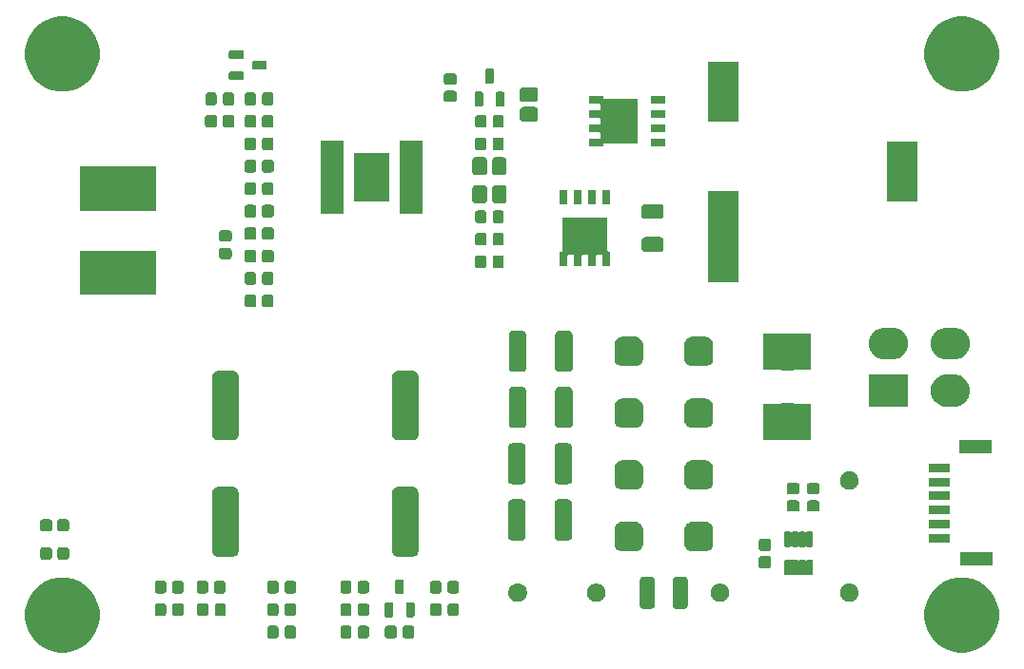
<source format=gts>
G04 #@! TF.GenerationSoftware,KiCad,Pcbnew,(5.1.0-0)*
G04 #@! TF.CreationDate,2019-04-04T11:20:21+10:30*
G04 #@! TF.ProjectId,wide-input-reg,77696465-2d69-46e7-9075-742d7265672e,rev?*
G04 #@! TF.SameCoordinates,Original*
G04 #@! TF.FileFunction,Soldermask,Top*
G04 #@! TF.FilePolarity,Negative*
%FSLAX46Y46*%
G04 Gerber Fmt 4.6, Leading zero omitted, Abs format (unit mm)*
G04 Created by KiCad (PCBNEW (5.1.0-0)) date 2019-04-04 11:20:21*
%MOMM*%
%LPD*%
G04 APERTURE LIST*
%ADD10C,0.100000*%
G04 APERTURE END LIST*
D10*
G36*
X184971325Y-100797970D02*
G01*
X185577346Y-101048993D01*
X186122751Y-101413420D01*
X186586580Y-101877249D01*
X186951007Y-102422654D01*
X187202030Y-103028675D01*
X187330000Y-103672024D01*
X187330000Y-104327976D01*
X187202030Y-104971325D01*
X186951007Y-105577346D01*
X186586580Y-106122751D01*
X186122751Y-106586580D01*
X185577346Y-106951007D01*
X184971325Y-107202030D01*
X184327976Y-107330000D01*
X183672024Y-107330000D01*
X183028675Y-107202030D01*
X182422654Y-106951007D01*
X181877249Y-106586580D01*
X181413420Y-106122751D01*
X181048993Y-105577346D01*
X180797970Y-104971325D01*
X180670000Y-104327976D01*
X180670000Y-103672024D01*
X180797970Y-103028675D01*
X181048993Y-102422654D01*
X181413420Y-101877249D01*
X181877249Y-101413420D01*
X182422654Y-101048993D01*
X183028675Y-100797970D01*
X183672024Y-100670000D01*
X184327976Y-100670000D01*
X184971325Y-100797970D01*
X184971325Y-100797970D01*
G37*
G36*
X104971325Y-100797970D02*
G01*
X105577346Y-101048993D01*
X106122751Y-101413420D01*
X106586580Y-101877249D01*
X106951007Y-102422654D01*
X107202030Y-103028675D01*
X107330000Y-103672024D01*
X107330000Y-104327976D01*
X107202030Y-104971325D01*
X106951007Y-105577346D01*
X106586580Y-106122751D01*
X106122751Y-106586580D01*
X105577346Y-106951007D01*
X104971325Y-107202030D01*
X104327976Y-107330000D01*
X103672024Y-107330000D01*
X103028675Y-107202030D01*
X102422654Y-106951007D01*
X101877249Y-106586580D01*
X101413420Y-106122751D01*
X101048993Y-105577346D01*
X100797970Y-104971325D01*
X100670000Y-104327976D01*
X100670000Y-103672024D01*
X100797970Y-103028675D01*
X101048993Y-102422654D01*
X101413420Y-101877249D01*
X101877249Y-101413420D01*
X102422654Y-101048993D01*
X103028675Y-100797970D01*
X103672024Y-100670000D01*
X104327976Y-100670000D01*
X104971325Y-100797970D01*
X104971325Y-100797970D01*
G37*
G36*
X131086798Y-104934731D02*
G01*
X131131802Y-104948383D01*
X131173271Y-104970548D01*
X131209621Y-105000379D01*
X131239452Y-105036729D01*
X131261617Y-105078198D01*
X131275269Y-105123202D01*
X131280000Y-105171232D01*
X131280000Y-105828768D01*
X131275269Y-105876798D01*
X131261617Y-105921802D01*
X131239452Y-105963271D01*
X131209621Y-105999621D01*
X131173271Y-106029452D01*
X131131802Y-106051617D01*
X131086798Y-106065269D01*
X131038768Y-106070000D01*
X130511232Y-106070000D01*
X130463202Y-106065269D01*
X130418198Y-106051617D01*
X130376729Y-106029452D01*
X130340379Y-105999621D01*
X130310548Y-105963271D01*
X130288383Y-105921802D01*
X130274731Y-105876798D01*
X130270000Y-105828768D01*
X130270000Y-105171232D01*
X130274731Y-105123202D01*
X130288383Y-105078198D01*
X130310548Y-105036729D01*
X130340379Y-105000379D01*
X130376729Y-104970548D01*
X130418198Y-104948383D01*
X130463202Y-104934731D01*
X130511232Y-104930000D01*
X131038768Y-104930000D01*
X131086798Y-104934731D01*
X131086798Y-104934731D01*
G37*
G36*
X129536798Y-104934731D02*
G01*
X129581802Y-104948383D01*
X129623271Y-104970548D01*
X129659621Y-105000379D01*
X129689452Y-105036729D01*
X129711617Y-105078198D01*
X129725269Y-105123202D01*
X129730000Y-105171232D01*
X129730000Y-105828768D01*
X129725269Y-105876798D01*
X129711617Y-105921802D01*
X129689452Y-105963271D01*
X129659621Y-105999621D01*
X129623271Y-106029452D01*
X129581802Y-106051617D01*
X129536798Y-106065269D01*
X129488768Y-106070000D01*
X128961232Y-106070000D01*
X128913202Y-106065269D01*
X128868198Y-106051617D01*
X128826729Y-106029452D01*
X128790379Y-105999621D01*
X128760548Y-105963271D01*
X128738383Y-105921802D01*
X128724731Y-105876798D01*
X128720000Y-105828768D01*
X128720000Y-105171232D01*
X128724731Y-105123202D01*
X128738383Y-105078198D01*
X128760548Y-105036729D01*
X128790379Y-105000379D01*
X128826729Y-104970548D01*
X128868198Y-104948383D01*
X128913202Y-104934731D01*
X128961232Y-104930000D01*
X129488768Y-104930000D01*
X129536798Y-104934731D01*
X129536798Y-104934731D01*
G37*
G36*
X124586798Y-104934731D02*
G01*
X124631802Y-104948383D01*
X124673271Y-104970548D01*
X124709621Y-105000379D01*
X124739452Y-105036729D01*
X124761617Y-105078198D01*
X124775269Y-105123202D01*
X124780000Y-105171232D01*
X124780000Y-105828768D01*
X124775269Y-105876798D01*
X124761617Y-105921802D01*
X124739452Y-105963271D01*
X124709621Y-105999621D01*
X124673271Y-106029452D01*
X124631802Y-106051617D01*
X124586798Y-106065269D01*
X124538768Y-106070000D01*
X124011232Y-106070000D01*
X123963202Y-106065269D01*
X123918198Y-106051617D01*
X123876729Y-106029452D01*
X123840379Y-105999621D01*
X123810548Y-105963271D01*
X123788383Y-105921802D01*
X123774731Y-105876798D01*
X123770000Y-105828768D01*
X123770000Y-105171232D01*
X123774731Y-105123202D01*
X123788383Y-105078198D01*
X123810548Y-105036729D01*
X123840379Y-105000379D01*
X123876729Y-104970548D01*
X123918198Y-104948383D01*
X123963202Y-104934731D01*
X124011232Y-104930000D01*
X124538768Y-104930000D01*
X124586798Y-104934731D01*
X124586798Y-104934731D01*
G37*
G36*
X123036798Y-104934731D02*
G01*
X123081802Y-104948383D01*
X123123271Y-104970548D01*
X123159621Y-105000379D01*
X123189452Y-105036729D01*
X123211617Y-105078198D01*
X123225269Y-105123202D01*
X123230000Y-105171232D01*
X123230000Y-105828768D01*
X123225269Y-105876798D01*
X123211617Y-105921802D01*
X123189452Y-105963271D01*
X123159621Y-105999621D01*
X123123271Y-106029452D01*
X123081802Y-106051617D01*
X123036798Y-106065269D01*
X122988768Y-106070000D01*
X122461232Y-106070000D01*
X122413202Y-106065269D01*
X122368198Y-106051617D01*
X122326729Y-106029452D01*
X122290379Y-105999621D01*
X122260548Y-105963271D01*
X122238383Y-105921802D01*
X122224731Y-105876798D01*
X122220000Y-105828768D01*
X122220000Y-105171232D01*
X122224731Y-105123202D01*
X122238383Y-105078198D01*
X122260548Y-105036729D01*
X122290379Y-105000379D01*
X122326729Y-104970548D01*
X122368198Y-104948383D01*
X122413202Y-104934731D01*
X122461232Y-104930000D01*
X122988768Y-104930000D01*
X123036798Y-104934731D01*
X123036798Y-104934731D01*
G37*
G36*
X135107712Y-104940067D02*
G01*
X135155996Y-104954714D01*
X135200491Y-104978497D01*
X135239494Y-105010506D01*
X135271503Y-105049509D01*
X135295286Y-105094004D01*
X135309933Y-105142288D01*
X135315000Y-105193732D01*
X135315000Y-105806268D01*
X135309933Y-105857712D01*
X135295286Y-105905996D01*
X135271503Y-105950491D01*
X135239494Y-105989494D01*
X135200491Y-106021503D01*
X135155996Y-106045286D01*
X135107712Y-106059933D01*
X135056268Y-106065000D01*
X134493732Y-106065000D01*
X134442288Y-106059933D01*
X134394004Y-106045286D01*
X134349509Y-106021503D01*
X134310506Y-105989494D01*
X134278497Y-105950491D01*
X134254714Y-105905996D01*
X134240067Y-105857712D01*
X134235000Y-105806268D01*
X134235000Y-105193732D01*
X134240067Y-105142288D01*
X134254714Y-105094004D01*
X134278497Y-105049509D01*
X134310506Y-105010506D01*
X134349509Y-104978497D01*
X134394004Y-104954714D01*
X134442288Y-104940067D01*
X134493732Y-104935000D01*
X135056268Y-104935000D01*
X135107712Y-104940067D01*
X135107712Y-104940067D01*
G37*
G36*
X133557712Y-104940067D02*
G01*
X133605996Y-104954714D01*
X133650491Y-104978497D01*
X133689494Y-105010506D01*
X133721503Y-105049509D01*
X133745286Y-105094004D01*
X133759933Y-105142288D01*
X133765000Y-105193732D01*
X133765000Y-105806268D01*
X133759933Y-105857712D01*
X133745286Y-105905996D01*
X133721503Y-105950491D01*
X133689494Y-105989494D01*
X133650491Y-106021503D01*
X133605996Y-106045286D01*
X133557712Y-106059933D01*
X133506268Y-106065000D01*
X132943732Y-106065000D01*
X132892288Y-106059933D01*
X132844004Y-106045286D01*
X132799509Y-106021503D01*
X132760506Y-105989494D01*
X132728497Y-105950491D01*
X132704714Y-105905996D01*
X132690067Y-105857712D01*
X132685000Y-105806268D01*
X132685000Y-105193732D01*
X132690067Y-105142288D01*
X132704714Y-105094004D01*
X132728497Y-105049509D01*
X132760506Y-105010506D01*
X132799509Y-104978497D01*
X132844004Y-104954714D01*
X132892288Y-104940067D01*
X132943732Y-104935000D01*
X133506268Y-104935000D01*
X133557712Y-104940067D01*
X133557712Y-104940067D01*
G37*
G36*
X135190092Y-102858578D02*
G01*
X135223838Y-102868815D01*
X135254934Y-102885436D01*
X135282193Y-102907807D01*
X135304564Y-102935066D01*
X135321185Y-102966162D01*
X135331422Y-102999908D01*
X135335000Y-103036232D01*
X135335000Y-104013768D01*
X135331422Y-104050092D01*
X135321185Y-104083838D01*
X135304564Y-104114934D01*
X135282193Y-104142193D01*
X135254934Y-104164564D01*
X135223838Y-104181185D01*
X135190092Y-104191422D01*
X135153768Y-104195000D01*
X134746232Y-104195000D01*
X134709908Y-104191422D01*
X134676162Y-104181185D01*
X134645066Y-104164564D01*
X134617807Y-104142193D01*
X134595436Y-104114934D01*
X134578815Y-104083838D01*
X134568578Y-104050092D01*
X134565000Y-104013768D01*
X134565000Y-103036232D01*
X134568578Y-102999908D01*
X134578815Y-102966162D01*
X134595436Y-102935066D01*
X134617807Y-102907807D01*
X134645066Y-102885436D01*
X134676162Y-102868815D01*
X134709908Y-102858578D01*
X134746232Y-102855000D01*
X135153768Y-102855000D01*
X135190092Y-102858578D01*
X135190092Y-102858578D01*
G37*
G36*
X133290092Y-102858578D02*
G01*
X133323838Y-102868815D01*
X133354934Y-102885436D01*
X133382193Y-102907807D01*
X133404564Y-102935066D01*
X133421185Y-102966162D01*
X133431422Y-102999908D01*
X133435000Y-103036232D01*
X133435000Y-104013768D01*
X133431422Y-104050092D01*
X133421185Y-104083838D01*
X133404564Y-104114934D01*
X133382193Y-104142193D01*
X133354934Y-104164564D01*
X133323838Y-104181185D01*
X133290092Y-104191422D01*
X133253768Y-104195000D01*
X132846232Y-104195000D01*
X132809908Y-104191422D01*
X132776162Y-104181185D01*
X132745066Y-104164564D01*
X132717807Y-104142193D01*
X132695436Y-104114934D01*
X132678815Y-104083838D01*
X132668578Y-104050092D01*
X132665000Y-104013768D01*
X132665000Y-103036232D01*
X132668578Y-102999908D01*
X132678815Y-102966162D01*
X132695436Y-102935066D01*
X132717807Y-102907807D01*
X132745066Y-102885436D01*
X132776162Y-102868815D01*
X132809908Y-102858578D01*
X132846232Y-102855000D01*
X133253768Y-102855000D01*
X133290092Y-102858578D01*
X133290092Y-102858578D01*
G37*
G36*
X139086798Y-102934731D02*
G01*
X139131802Y-102948383D01*
X139173271Y-102970548D01*
X139209621Y-103000379D01*
X139239452Y-103036729D01*
X139261617Y-103078198D01*
X139275269Y-103123202D01*
X139280000Y-103171232D01*
X139280000Y-103828768D01*
X139275269Y-103876798D01*
X139261617Y-103921802D01*
X139239452Y-103963271D01*
X139209621Y-103999621D01*
X139173271Y-104029452D01*
X139131802Y-104051617D01*
X139086798Y-104065269D01*
X139038768Y-104070000D01*
X138511232Y-104070000D01*
X138463202Y-104065269D01*
X138418198Y-104051617D01*
X138376729Y-104029452D01*
X138340379Y-103999621D01*
X138310548Y-103963271D01*
X138288383Y-103921802D01*
X138274731Y-103876798D01*
X138270000Y-103828768D01*
X138270000Y-103171232D01*
X138274731Y-103123202D01*
X138288383Y-103078198D01*
X138310548Y-103036729D01*
X138340379Y-103000379D01*
X138376729Y-102970548D01*
X138418198Y-102948383D01*
X138463202Y-102934731D01*
X138511232Y-102930000D01*
X139038768Y-102930000D01*
X139086798Y-102934731D01*
X139086798Y-102934731D01*
G37*
G36*
X118361798Y-102934731D02*
G01*
X118406802Y-102948383D01*
X118448271Y-102970548D01*
X118484621Y-103000379D01*
X118514452Y-103036729D01*
X118536617Y-103078198D01*
X118550269Y-103123202D01*
X118555000Y-103171232D01*
X118555000Y-103828768D01*
X118550269Y-103876798D01*
X118536617Y-103921802D01*
X118514452Y-103963271D01*
X118484621Y-103999621D01*
X118448271Y-104029452D01*
X118406802Y-104051617D01*
X118361798Y-104065269D01*
X118313768Y-104070000D01*
X117786232Y-104070000D01*
X117738202Y-104065269D01*
X117693198Y-104051617D01*
X117651729Y-104029452D01*
X117615379Y-103999621D01*
X117585548Y-103963271D01*
X117563383Y-103921802D01*
X117549731Y-103876798D01*
X117545000Y-103828768D01*
X117545000Y-103171232D01*
X117549731Y-103123202D01*
X117563383Y-103078198D01*
X117585548Y-103036729D01*
X117615379Y-103000379D01*
X117651729Y-102970548D01*
X117693198Y-102948383D01*
X117738202Y-102934731D01*
X117786232Y-102930000D01*
X118313768Y-102930000D01*
X118361798Y-102934731D01*
X118361798Y-102934731D01*
G37*
G36*
X137536798Y-102934731D02*
G01*
X137581802Y-102948383D01*
X137623271Y-102970548D01*
X137659621Y-103000379D01*
X137689452Y-103036729D01*
X137711617Y-103078198D01*
X137725269Y-103123202D01*
X137730000Y-103171232D01*
X137730000Y-103828768D01*
X137725269Y-103876798D01*
X137711617Y-103921802D01*
X137689452Y-103963271D01*
X137659621Y-103999621D01*
X137623271Y-104029452D01*
X137581802Y-104051617D01*
X137536798Y-104065269D01*
X137488768Y-104070000D01*
X136961232Y-104070000D01*
X136913202Y-104065269D01*
X136868198Y-104051617D01*
X136826729Y-104029452D01*
X136790379Y-103999621D01*
X136760548Y-103963271D01*
X136738383Y-103921802D01*
X136724731Y-103876798D01*
X136720000Y-103828768D01*
X136720000Y-103171232D01*
X136724731Y-103123202D01*
X136738383Y-103078198D01*
X136760548Y-103036729D01*
X136790379Y-103000379D01*
X136826729Y-102970548D01*
X136868198Y-102948383D01*
X136913202Y-102934731D01*
X136961232Y-102930000D01*
X137488768Y-102930000D01*
X137536798Y-102934731D01*
X137536798Y-102934731D01*
G37*
G36*
X124586798Y-102934731D02*
G01*
X124631802Y-102948383D01*
X124673271Y-102970548D01*
X124709621Y-103000379D01*
X124739452Y-103036729D01*
X124761617Y-103078198D01*
X124775269Y-103123202D01*
X124780000Y-103171232D01*
X124780000Y-103828768D01*
X124775269Y-103876798D01*
X124761617Y-103921802D01*
X124739452Y-103963271D01*
X124709621Y-103999621D01*
X124673271Y-104029452D01*
X124631802Y-104051617D01*
X124586798Y-104065269D01*
X124538768Y-104070000D01*
X124011232Y-104070000D01*
X123963202Y-104065269D01*
X123918198Y-104051617D01*
X123876729Y-104029452D01*
X123840379Y-103999621D01*
X123810548Y-103963271D01*
X123788383Y-103921802D01*
X123774731Y-103876798D01*
X123770000Y-103828768D01*
X123770000Y-103171232D01*
X123774731Y-103123202D01*
X123788383Y-103078198D01*
X123810548Y-103036729D01*
X123840379Y-103000379D01*
X123876729Y-102970548D01*
X123918198Y-102948383D01*
X123963202Y-102934731D01*
X124011232Y-102930000D01*
X124538768Y-102930000D01*
X124586798Y-102934731D01*
X124586798Y-102934731D01*
G37*
G36*
X123036798Y-102934731D02*
G01*
X123081802Y-102948383D01*
X123123271Y-102970548D01*
X123159621Y-103000379D01*
X123189452Y-103036729D01*
X123211617Y-103078198D01*
X123225269Y-103123202D01*
X123230000Y-103171232D01*
X123230000Y-103828768D01*
X123225269Y-103876798D01*
X123211617Y-103921802D01*
X123189452Y-103963271D01*
X123159621Y-103999621D01*
X123123271Y-104029452D01*
X123081802Y-104051617D01*
X123036798Y-104065269D01*
X122988768Y-104070000D01*
X122461232Y-104070000D01*
X122413202Y-104065269D01*
X122368198Y-104051617D01*
X122326729Y-104029452D01*
X122290379Y-103999621D01*
X122260548Y-103963271D01*
X122238383Y-103921802D01*
X122224731Y-103876798D01*
X122220000Y-103828768D01*
X122220000Y-103171232D01*
X122224731Y-103123202D01*
X122238383Y-103078198D01*
X122260548Y-103036729D01*
X122290379Y-103000379D01*
X122326729Y-102970548D01*
X122368198Y-102948383D01*
X122413202Y-102934731D01*
X122461232Y-102930000D01*
X122988768Y-102930000D01*
X123036798Y-102934731D01*
X123036798Y-102934731D01*
G37*
G36*
X116811798Y-102934731D02*
G01*
X116856802Y-102948383D01*
X116898271Y-102970548D01*
X116934621Y-103000379D01*
X116964452Y-103036729D01*
X116986617Y-103078198D01*
X117000269Y-103123202D01*
X117005000Y-103171232D01*
X117005000Y-103828768D01*
X117000269Y-103876798D01*
X116986617Y-103921802D01*
X116964452Y-103963271D01*
X116934621Y-103999621D01*
X116898271Y-104029452D01*
X116856802Y-104051617D01*
X116811798Y-104065269D01*
X116763768Y-104070000D01*
X116236232Y-104070000D01*
X116188202Y-104065269D01*
X116143198Y-104051617D01*
X116101729Y-104029452D01*
X116065379Y-103999621D01*
X116035548Y-103963271D01*
X116013383Y-103921802D01*
X115999731Y-103876798D01*
X115995000Y-103828768D01*
X115995000Y-103171232D01*
X115999731Y-103123202D01*
X116013383Y-103078198D01*
X116035548Y-103036729D01*
X116065379Y-103000379D01*
X116101729Y-102970548D01*
X116143198Y-102948383D01*
X116188202Y-102934731D01*
X116236232Y-102930000D01*
X116763768Y-102930000D01*
X116811798Y-102934731D01*
X116811798Y-102934731D01*
G37*
G36*
X113036798Y-102934731D02*
G01*
X113081802Y-102948383D01*
X113123271Y-102970548D01*
X113159621Y-103000379D01*
X113189452Y-103036729D01*
X113211617Y-103078198D01*
X113225269Y-103123202D01*
X113230000Y-103171232D01*
X113230000Y-103828768D01*
X113225269Y-103876798D01*
X113211617Y-103921802D01*
X113189452Y-103963271D01*
X113159621Y-103999621D01*
X113123271Y-104029452D01*
X113081802Y-104051617D01*
X113036798Y-104065269D01*
X112988768Y-104070000D01*
X112461232Y-104070000D01*
X112413202Y-104065269D01*
X112368198Y-104051617D01*
X112326729Y-104029452D01*
X112290379Y-103999621D01*
X112260548Y-103963271D01*
X112238383Y-103921802D01*
X112224731Y-103876798D01*
X112220000Y-103828768D01*
X112220000Y-103171232D01*
X112224731Y-103123202D01*
X112238383Y-103078198D01*
X112260548Y-103036729D01*
X112290379Y-103000379D01*
X112326729Y-102970548D01*
X112368198Y-102948383D01*
X112413202Y-102934731D01*
X112461232Y-102930000D01*
X112988768Y-102930000D01*
X113036798Y-102934731D01*
X113036798Y-102934731D01*
G37*
G36*
X114586798Y-102934731D02*
G01*
X114631802Y-102948383D01*
X114673271Y-102970548D01*
X114709621Y-103000379D01*
X114739452Y-103036729D01*
X114761617Y-103078198D01*
X114775269Y-103123202D01*
X114780000Y-103171232D01*
X114780000Y-103828768D01*
X114775269Y-103876798D01*
X114761617Y-103921802D01*
X114739452Y-103963271D01*
X114709621Y-103999621D01*
X114673271Y-104029452D01*
X114631802Y-104051617D01*
X114586798Y-104065269D01*
X114538768Y-104070000D01*
X114011232Y-104070000D01*
X113963202Y-104065269D01*
X113918198Y-104051617D01*
X113876729Y-104029452D01*
X113840379Y-103999621D01*
X113810548Y-103963271D01*
X113788383Y-103921802D01*
X113774731Y-103876798D01*
X113770000Y-103828768D01*
X113770000Y-103171232D01*
X113774731Y-103123202D01*
X113788383Y-103078198D01*
X113810548Y-103036729D01*
X113840379Y-103000379D01*
X113876729Y-102970548D01*
X113918198Y-102948383D01*
X113963202Y-102934731D01*
X114011232Y-102930000D01*
X114538768Y-102930000D01*
X114586798Y-102934731D01*
X114586798Y-102934731D01*
G37*
G36*
X129536798Y-102934731D02*
G01*
X129581802Y-102948383D01*
X129623271Y-102970548D01*
X129659621Y-103000379D01*
X129689452Y-103036729D01*
X129711617Y-103078198D01*
X129725269Y-103123202D01*
X129730000Y-103171232D01*
X129730000Y-103828768D01*
X129725269Y-103876798D01*
X129711617Y-103921802D01*
X129689452Y-103963271D01*
X129659621Y-103999621D01*
X129623271Y-104029452D01*
X129581802Y-104051617D01*
X129536798Y-104065269D01*
X129488768Y-104070000D01*
X128961232Y-104070000D01*
X128913202Y-104065269D01*
X128868198Y-104051617D01*
X128826729Y-104029452D01*
X128790379Y-103999621D01*
X128760548Y-103963271D01*
X128738383Y-103921802D01*
X128724731Y-103876798D01*
X128720000Y-103828768D01*
X128720000Y-103171232D01*
X128724731Y-103123202D01*
X128738383Y-103078198D01*
X128760548Y-103036729D01*
X128790379Y-103000379D01*
X128826729Y-102970548D01*
X128868198Y-102948383D01*
X128913202Y-102934731D01*
X128961232Y-102930000D01*
X129488768Y-102930000D01*
X129536798Y-102934731D01*
X129536798Y-102934731D01*
G37*
G36*
X131086798Y-102934731D02*
G01*
X131131802Y-102948383D01*
X131173271Y-102970548D01*
X131209621Y-103000379D01*
X131239452Y-103036729D01*
X131261617Y-103078198D01*
X131275269Y-103123202D01*
X131280000Y-103171232D01*
X131280000Y-103828768D01*
X131275269Y-103876798D01*
X131261617Y-103921802D01*
X131239452Y-103963271D01*
X131209621Y-103999621D01*
X131173271Y-104029452D01*
X131131802Y-104051617D01*
X131086798Y-104065269D01*
X131038768Y-104070000D01*
X130511232Y-104070000D01*
X130463202Y-104065269D01*
X130418198Y-104051617D01*
X130376729Y-104029452D01*
X130340379Y-103999621D01*
X130310548Y-103963271D01*
X130288383Y-103921802D01*
X130274731Y-103876798D01*
X130270000Y-103828768D01*
X130270000Y-103171232D01*
X130274731Y-103123202D01*
X130288383Y-103078198D01*
X130310548Y-103036729D01*
X130340379Y-103000379D01*
X130376729Y-102970548D01*
X130418198Y-102948383D01*
X130463202Y-102934731D01*
X130511232Y-102930000D01*
X131038768Y-102930000D01*
X131086798Y-102934731D01*
X131086798Y-102934731D01*
G37*
G36*
X156429417Y-100566220D02*
G01*
X156488960Y-100584282D01*
X156543827Y-100613609D01*
X156591921Y-100653079D01*
X156631391Y-100701173D01*
X156660718Y-100756040D01*
X156678780Y-100815583D01*
X156685000Y-100878732D01*
X156685000Y-103121268D01*
X156678780Y-103184417D01*
X156660718Y-103243960D01*
X156631391Y-103298827D01*
X156591921Y-103346921D01*
X156543827Y-103386391D01*
X156488960Y-103415718D01*
X156429417Y-103433780D01*
X156366268Y-103440000D01*
X155683732Y-103440000D01*
X155620583Y-103433780D01*
X155561040Y-103415718D01*
X155506173Y-103386391D01*
X155458079Y-103346921D01*
X155418609Y-103298827D01*
X155389282Y-103243960D01*
X155371220Y-103184417D01*
X155365000Y-103121268D01*
X155365000Y-100878732D01*
X155371220Y-100815583D01*
X155389282Y-100756040D01*
X155418609Y-100701173D01*
X155458079Y-100653079D01*
X155506173Y-100613609D01*
X155561040Y-100584282D01*
X155620583Y-100566220D01*
X155683732Y-100560000D01*
X156366268Y-100560000D01*
X156429417Y-100566220D01*
X156429417Y-100566220D01*
G37*
G36*
X159379417Y-100566220D02*
G01*
X159438960Y-100584282D01*
X159493827Y-100613609D01*
X159541921Y-100653079D01*
X159581391Y-100701173D01*
X159610718Y-100756040D01*
X159628780Y-100815583D01*
X159635000Y-100878732D01*
X159635000Y-103121268D01*
X159628780Y-103184417D01*
X159610718Y-103243960D01*
X159581391Y-103298827D01*
X159541921Y-103346921D01*
X159493827Y-103386391D01*
X159438960Y-103415718D01*
X159379417Y-103433780D01*
X159316268Y-103440000D01*
X158633732Y-103440000D01*
X158570583Y-103433780D01*
X158511040Y-103415718D01*
X158456173Y-103386391D01*
X158408079Y-103346921D01*
X158368609Y-103298827D01*
X158339282Y-103243960D01*
X158321220Y-103184417D01*
X158315000Y-103121268D01*
X158315000Y-100878732D01*
X158321220Y-100815583D01*
X158339282Y-100756040D01*
X158368609Y-100701173D01*
X158408079Y-100653079D01*
X158456173Y-100613609D01*
X158511040Y-100584282D01*
X158570583Y-100566220D01*
X158633732Y-100560000D01*
X159316268Y-100560000D01*
X159379417Y-100566220D01*
X159379417Y-100566220D01*
G37*
G36*
X174242102Y-101201896D02*
G01*
X174297900Y-101225009D01*
X174393152Y-101264463D01*
X174529095Y-101355298D01*
X174644702Y-101470905D01*
X174735537Y-101606848D01*
X174774991Y-101702100D01*
X174798104Y-101757898D01*
X174830000Y-101918252D01*
X174830000Y-102081748D01*
X174798104Y-102242102D01*
X174774991Y-102297900D01*
X174735537Y-102393152D01*
X174644702Y-102529095D01*
X174529095Y-102644702D01*
X174393152Y-102735537D01*
X174297900Y-102774991D01*
X174242102Y-102798104D01*
X174081748Y-102830000D01*
X173918252Y-102830000D01*
X173757898Y-102798104D01*
X173702100Y-102774991D01*
X173606848Y-102735537D01*
X173470905Y-102644702D01*
X173355298Y-102529095D01*
X173264463Y-102393152D01*
X173225009Y-102297900D01*
X173201896Y-102242102D01*
X173170000Y-102081748D01*
X173170000Y-101918252D01*
X173201896Y-101757898D01*
X173225009Y-101702100D01*
X173264463Y-101606848D01*
X173355298Y-101470905D01*
X173470905Y-101355298D01*
X173606848Y-101264463D01*
X173702100Y-101225009D01*
X173757898Y-101201896D01*
X173918252Y-101170000D01*
X174081748Y-101170000D01*
X174242102Y-101201896D01*
X174242102Y-101201896D01*
G37*
G36*
X162742102Y-101201896D02*
G01*
X162797900Y-101225009D01*
X162893152Y-101264463D01*
X163029095Y-101355298D01*
X163144702Y-101470905D01*
X163235537Y-101606848D01*
X163274991Y-101702100D01*
X163298104Y-101757898D01*
X163330000Y-101918252D01*
X163330000Y-102081748D01*
X163298104Y-102242102D01*
X163274991Y-102297900D01*
X163235537Y-102393152D01*
X163144702Y-102529095D01*
X163029095Y-102644702D01*
X162893152Y-102735537D01*
X162797900Y-102774991D01*
X162742102Y-102798104D01*
X162581748Y-102830000D01*
X162418252Y-102830000D01*
X162257898Y-102798104D01*
X162202100Y-102774991D01*
X162106848Y-102735537D01*
X161970905Y-102644702D01*
X161855298Y-102529095D01*
X161764463Y-102393152D01*
X161725009Y-102297900D01*
X161701896Y-102242102D01*
X161670000Y-102081748D01*
X161670000Y-101918252D01*
X161701896Y-101757898D01*
X161725009Y-101702100D01*
X161764463Y-101606848D01*
X161855298Y-101470905D01*
X161970905Y-101355298D01*
X162106848Y-101264463D01*
X162202100Y-101225009D01*
X162257898Y-101201896D01*
X162418252Y-101170000D01*
X162581748Y-101170000D01*
X162742102Y-101201896D01*
X162742102Y-101201896D01*
G37*
G36*
X151742102Y-101201896D02*
G01*
X151797900Y-101225009D01*
X151893152Y-101264463D01*
X152029095Y-101355298D01*
X152144702Y-101470905D01*
X152235537Y-101606848D01*
X152274991Y-101702100D01*
X152298104Y-101757898D01*
X152330000Y-101918252D01*
X152330000Y-102081748D01*
X152298104Y-102242102D01*
X152274991Y-102297900D01*
X152235537Y-102393152D01*
X152144702Y-102529095D01*
X152029095Y-102644702D01*
X151893152Y-102735537D01*
X151797900Y-102774991D01*
X151742102Y-102798104D01*
X151581748Y-102830000D01*
X151418252Y-102830000D01*
X151257898Y-102798104D01*
X151202100Y-102774991D01*
X151106848Y-102735537D01*
X150970905Y-102644702D01*
X150855298Y-102529095D01*
X150764463Y-102393152D01*
X150725009Y-102297900D01*
X150701896Y-102242102D01*
X150670000Y-102081748D01*
X150670000Y-101918252D01*
X150701896Y-101757898D01*
X150725009Y-101702100D01*
X150764463Y-101606848D01*
X150855298Y-101470905D01*
X150970905Y-101355298D01*
X151106848Y-101264463D01*
X151202100Y-101225009D01*
X151257898Y-101201896D01*
X151418252Y-101170000D01*
X151581748Y-101170000D01*
X151742102Y-101201896D01*
X151742102Y-101201896D01*
G37*
G36*
X144742102Y-101201896D02*
G01*
X144797900Y-101225009D01*
X144893152Y-101264463D01*
X145029095Y-101355298D01*
X145144702Y-101470905D01*
X145235537Y-101606848D01*
X145274991Y-101702100D01*
X145298104Y-101757898D01*
X145330000Y-101918252D01*
X145330000Y-102081748D01*
X145298104Y-102242102D01*
X145274991Y-102297900D01*
X145235537Y-102393152D01*
X145144702Y-102529095D01*
X145029095Y-102644702D01*
X144893152Y-102735537D01*
X144797900Y-102774991D01*
X144742102Y-102798104D01*
X144581748Y-102830000D01*
X144418252Y-102830000D01*
X144257898Y-102798104D01*
X144202100Y-102774991D01*
X144106848Y-102735537D01*
X143970905Y-102644702D01*
X143855298Y-102529095D01*
X143764463Y-102393152D01*
X143725009Y-102297900D01*
X143701896Y-102242102D01*
X143670000Y-102081748D01*
X143670000Y-101918252D01*
X143701896Y-101757898D01*
X143725009Y-101702100D01*
X143764463Y-101606848D01*
X143855298Y-101470905D01*
X143970905Y-101355298D01*
X144106848Y-101264463D01*
X144202100Y-101225009D01*
X144257898Y-101201896D01*
X144418252Y-101170000D01*
X144581748Y-101170000D01*
X144742102Y-101201896D01*
X144742102Y-101201896D01*
G37*
G36*
X134240092Y-100808578D02*
G01*
X134273838Y-100818815D01*
X134304934Y-100835436D01*
X134332193Y-100857807D01*
X134354564Y-100885066D01*
X134371185Y-100916162D01*
X134381422Y-100949908D01*
X134385000Y-100986232D01*
X134385000Y-101963768D01*
X134381422Y-102000092D01*
X134371185Y-102033838D01*
X134354564Y-102064934D01*
X134332193Y-102092193D01*
X134304934Y-102114564D01*
X134273838Y-102131185D01*
X134240092Y-102141422D01*
X134203768Y-102145000D01*
X133796232Y-102145000D01*
X133759908Y-102141422D01*
X133726162Y-102131185D01*
X133695066Y-102114564D01*
X133667807Y-102092193D01*
X133645436Y-102064934D01*
X133628815Y-102033838D01*
X133618578Y-102000092D01*
X133615000Y-101963768D01*
X133615000Y-100986232D01*
X133618578Y-100949908D01*
X133628815Y-100916162D01*
X133645436Y-100885066D01*
X133667807Y-100857807D01*
X133695066Y-100835436D01*
X133726162Y-100818815D01*
X133759908Y-100808578D01*
X133796232Y-100805000D01*
X134203768Y-100805000D01*
X134240092Y-100808578D01*
X134240092Y-100808578D01*
G37*
G36*
X118311798Y-100934731D02*
G01*
X118356802Y-100948383D01*
X118398271Y-100970548D01*
X118434621Y-101000379D01*
X118464452Y-101036729D01*
X118486617Y-101078198D01*
X118500269Y-101123202D01*
X118505000Y-101171232D01*
X118505000Y-101828768D01*
X118500269Y-101876798D01*
X118486617Y-101921802D01*
X118464452Y-101963271D01*
X118434621Y-101999621D01*
X118398271Y-102029452D01*
X118356802Y-102051617D01*
X118311798Y-102065269D01*
X118263768Y-102070000D01*
X117736232Y-102070000D01*
X117688202Y-102065269D01*
X117643198Y-102051617D01*
X117601729Y-102029452D01*
X117565379Y-101999621D01*
X117535548Y-101963271D01*
X117513383Y-101921802D01*
X117499731Y-101876798D01*
X117495000Y-101828768D01*
X117495000Y-101171232D01*
X117499731Y-101123202D01*
X117513383Y-101078198D01*
X117535548Y-101036729D01*
X117565379Y-101000379D01*
X117601729Y-100970548D01*
X117643198Y-100948383D01*
X117688202Y-100934731D01*
X117736232Y-100930000D01*
X118263768Y-100930000D01*
X118311798Y-100934731D01*
X118311798Y-100934731D01*
G37*
G36*
X139086798Y-100934731D02*
G01*
X139131802Y-100948383D01*
X139173271Y-100970548D01*
X139209621Y-101000379D01*
X139239452Y-101036729D01*
X139261617Y-101078198D01*
X139275269Y-101123202D01*
X139280000Y-101171232D01*
X139280000Y-101828768D01*
X139275269Y-101876798D01*
X139261617Y-101921802D01*
X139239452Y-101963271D01*
X139209621Y-101999621D01*
X139173271Y-102029452D01*
X139131802Y-102051617D01*
X139086798Y-102065269D01*
X139038768Y-102070000D01*
X138511232Y-102070000D01*
X138463202Y-102065269D01*
X138418198Y-102051617D01*
X138376729Y-102029452D01*
X138340379Y-101999621D01*
X138310548Y-101963271D01*
X138288383Y-101921802D01*
X138274731Y-101876798D01*
X138270000Y-101828768D01*
X138270000Y-101171232D01*
X138274731Y-101123202D01*
X138288383Y-101078198D01*
X138310548Y-101036729D01*
X138340379Y-101000379D01*
X138376729Y-100970548D01*
X138418198Y-100948383D01*
X138463202Y-100934731D01*
X138511232Y-100930000D01*
X139038768Y-100930000D01*
X139086798Y-100934731D01*
X139086798Y-100934731D01*
G37*
G36*
X137536798Y-100934731D02*
G01*
X137581802Y-100948383D01*
X137623271Y-100970548D01*
X137659621Y-101000379D01*
X137689452Y-101036729D01*
X137711617Y-101078198D01*
X137725269Y-101123202D01*
X137730000Y-101171232D01*
X137730000Y-101828768D01*
X137725269Y-101876798D01*
X137711617Y-101921802D01*
X137689452Y-101963271D01*
X137659621Y-101999621D01*
X137623271Y-102029452D01*
X137581802Y-102051617D01*
X137536798Y-102065269D01*
X137488768Y-102070000D01*
X136961232Y-102070000D01*
X136913202Y-102065269D01*
X136868198Y-102051617D01*
X136826729Y-102029452D01*
X136790379Y-101999621D01*
X136760548Y-101963271D01*
X136738383Y-101921802D01*
X136724731Y-101876798D01*
X136720000Y-101828768D01*
X136720000Y-101171232D01*
X136724731Y-101123202D01*
X136738383Y-101078198D01*
X136760548Y-101036729D01*
X136790379Y-101000379D01*
X136826729Y-100970548D01*
X136868198Y-100948383D01*
X136913202Y-100934731D01*
X136961232Y-100930000D01*
X137488768Y-100930000D01*
X137536798Y-100934731D01*
X137536798Y-100934731D01*
G37*
G36*
X116761798Y-100934731D02*
G01*
X116806802Y-100948383D01*
X116848271Y-100970548D01*
X116884621Y-101000379D01*
X116914452Y-101036729D01*
X116936617Y-101078198D01*
X116950269Y-101123202D01*
X116955000Y-101171232D01*
X116955000Y-101828768D01*
X116950269Y-101876798D01*
X116936617Y-101921802D01*
X116914452Y-101963271D01*
X116884621Y-101999621D01*
X116848271Y-102029452D01*
X116806802Y-102051617D01*
X116761798Y-102065269D01*
X116713768Y-102070000D01*
X116186232Y-102070000D01*
X116138202Y-102065269D01*
X116093198Y-102051617D01*
X116051729Y-102029452D01*
X116015379Y-101999621D01*
X115985548Y-101963271D01*
X115963383Y-101921802D01*
X115949731Y-101876798D01*
X115945000Y-101828768D01*
X115945000Y-101171232D01*
X115949731Y-101123202D01*
X115963383Y-101078198D01*
X115985548Y-101036729D01*
X116015379Y-101000379D01*
X116051729Y-100970548D01*
X116093198Y-100948383D01*
X116138202Y-100934731D01*
X116186232Y-100930000D01*
X116713768Y-100930000D01*
X116761798Y-100934731D01*
X116761798Y-100934731D01*
G37*
G36*
X113036798Y-100934731D02*
G01*
X113081802Y-100948383D01*
X113123271Y-100970548D01*
X113159621Y-101000379D01*
X113189452Y-101036729D01*
X113211617Y-101078198D01*
X113225269Y-101123202D01*
X113230000Y-101171232D01*
X113230000Y-101828768D01*
X113225269Y-101876798D01*
X113211617Y-101921802D01*
X113189452Y-101963271D01*
X113159621Y-101999621D01*
X113123271Y-102029452D01*
X113081802Y-102051617D01*
X113036798Y-102065269D01*
X112988768Y-102070000D01*
X112461232Y-102070000D01*
X112413202Y-102065269D01*
X112368198Y-102051617D01*
X112326729Y-102029452D01*
X112290379Y-101999621D01*
X112260548Y-101963271D01*
X112238383Y-101921802D01*
X112224731Y-101876798D01*
X112220000Y-101828768D01*
X112220000Y-101171232D01*
X112224731Y-101123202D01*
X112238383Y-101078198D01*
X112260548Y-101036729D01*
X112290379Y-101000379D01*
X112326729Y-100970548D01*
X112368198Y-100948383D01*
X112413202Y-100934731D01*
X112461232Y-100930000D01*
X112988768Y-100930000D01*
X113036798Y-100934731D01*
X113036798Y-100934731D01*
G37*
G36*
X114586798Y-100934731D02*
G01*
X114631802Y-100948383D01*
X114673271Y-100970548D01*
X114709621Y-101000379D01*
X114739452Y-101036729D01*
X114761617Y-101078198D01*
X114775269Y-101123202D01*
X114780000Y-101171232D01*
X114780000Y-101828768D01*
X114775269Y-101876798D01*
X114761617Y-101921802D01*
X114739452Y-101963271D01*
X114709621Y-101999621D01*
X114673271Y-102029452D01*
X114631802Y-102051617D01*
X114586798Y-102065269D01*
X114538768Y-102070000D01*
X114011232Y-102070000D01*
X113963202Y-102065269D01*
X113918198Y-102051617D01*
X113876729Y-102029452D01*
X113840379Y-101999621D01*
X113810548Y-101963271D01*
X113788383Y-101921802D01*
X113774731Y-101876798D01*
X113770000Y-101828768D01*
X113770000Y-101171232D01*
X113774731Y-101123202D01*
X113788383Y-101078198D01*
X113810548Y-101036729D01*
X113840379Y-101000379D01*
X113876729Y-100970548D01*
X113918198Y-100948383D01*
X113963202Y-100934731D01*
X114011232Y-100930000D01*
X114538768Y-100930000D01*
X114586798Y-100934731D01*
X114586798Y-100934731D01*
G37*
G36*
X129536798Y-100934731D02*
G01*
X129581802Y-100948383D01*
X129623271Y-100970548D01*
X129659621Y-101000379D01*
X129689452Y-101036729D01*
X129711617Y-101078198D01*
X129725269Y-101123202D01*
X129730000Y-101171232D01*
X129730000Y-101828768D01*
X129725269Y-101876798D01*
X129711617Y-101921802D01*
X129689452Y-101963271D01*
X129659621Y-101999621D01*
X129623271Y-102029452D01*
X129581802Y-102051617D01*
X129536798Y-102065269D01*
X129488768Y-102070000D01*
X128961232Y-102070000D01*
X128913202Y-102065269D01*
X128868198Y-102051617D01*
X128826729Y-102029452D01*
X128790379Y-101999621D01*
X128760548Y-101963271D01*
X128738383Y-101921802D01*
X128724731Y-101876798D01*
X128720000Y-101828768D01*
X128720000Y-101171232D01*
X128724731Y-101123202D01*
X128738383Y-101078198D01*
X128760548Y-101036729D01*
X128790379Y-101000379D01*
X128826729Y-100970548D01*
X128868198Y-100948383D01*
X128913202Y-100934731D01*
X128961232Y-100930000D01*
X129488768Y-100930000D01*
X129536798Y-100934731D01*
X129536798Y-100934731D01*
G37*
G36*
X131086798Y-100934731D02*
G01*
X131131802Y-100948383D01*
X131173271Y-100970548D01*
X131209621Y-101000379D01*
X131239452Y-101036729D01*
X131261617Y-101078198D01*
X131275269Y-101123202D01*
X131280000Y-101171232D01*
X131280000Y-101828768D01*
X131275269Y-101876798D01*
X131261617Y-101921802D01*
X131239452Y-101963271D01*
X131209621Y-101999621D01*
X131173271Y-102029452D01*
X131131802Y-102051617D01*
X131086798Y-102065269D01*
X131038768Y-102070000D01*
X130511232Y-102070000D01*
X130463202Y-102065269D01*
X130418198Y-102051617D01*
X130376729Y-102029452D01*
X130340379Y-101999621D01*
X130310548Y-101963271D01*
X130288383Y-101921802D01*
X130274731Y-101876798D01*
X130270000Y-101828768D01*
X130270000Y-101171232D01*
X130274731Y-101123202D01*
X130288383Y-101078198D01*
X130310548Y-101036729D01*
X130340379Y-101000379D01*
X130376729Y-100970548D01*
X130418198Y-100948383D01*
X130463202Y-100934731D01*
X130511232Y-100930000D01*
X131038768Y-100930000D01*
X131086798Y-100934731D01*
X131086798Y-100934731D01*
G37*
G36*
X124586798Y-100934731D02*
G01*
X124631802Y-100948383D01*
X124673271Y-100970548D01*
X124709621Y-101000379D01*
X124739452Y-101036729D01*
X124761617Y-101078198D01*
X124775269Y-101123202D01*
X124780000Y-101171232D01*
X124780000Y-101828768D01*
X124775269Y-101876798D01*
X124761617Y-101921802D01*
X124739452Y-101963271D01*
X124709621Y-101999621D01*
X124673271Y-102029452D01*
X124631802Y-102051617D01*
X124586798Y-102065269D01*
X124538768Y-102070000D01*
X124011232Y-102070000D01*
X123963202Y-102065269D01*
X123918198Y-102051617D01*
X123876729Y-102029452D01*
X123840379Y-101999621D01*
X123810548Y-101963271D01*
X123788383Y-101921802D01*
X123774731Y-101876798D01*
X123770000Y-101828768D01*
X123770000Y-101171232D01*
X123774731Y-101123202D01*
X123788383Y-101078198D01*
X123810548Y-101036729D01*
X123840379Y-101000379D01*
X123876729Y-100970548D01*
X123918198Y-100948383D01*
X123963202Y-100934731D01*
X124011232Y-100930000D01*
X124538768Y-100930000D01*
X124586798Y-100934731D01*
X124586798Y-100934731D01*
G37*
G36*
X123036798Y-100934731D02*
G01*
X123081802Y-100948383D01*
X123123271Y-100970548D01*
X123159621Y-101000379D01*
X123189452Y-101036729D01*
X123211617Y-101078198D01*
X123225269Y-101123202D01*
X123230000Y-101171232D01*
X123230000Y-101828768D01*
X123225269Y-101876798D01*
X123211617Y-101921802D01*
X123189452Y-101963271D01*
X123159621Y-101999621D01*
X123123271Y-102029452D01*
X123081802Y-102051617D01*
X123036798Y-102065269D01*
X122988768Y-102070000D01*
X122461232Y-102070000D01*
X122413202Y-102065269D01*
X122368198Y-102051617D01*
X122326729Y-102029452D01*
X122290379Y-101999621D01*
X122260548Y-101963271D01*
X122238383Y-101921802D01*
X122224731Y-101876798D01*
X122220000Y-101828768D01*
X122220000Y-101171232D01*
X122224731Y-101123202D01*
X122238383Y-101078198D01*
X122260548Y-101036729D01*
X122290379Y-101000379D01*
X122326729Y-100970548D01*
X122368198Y-100948383D01*
X122413202Y-100934731D01*
X122461232Y-100930000D01*
X122988768Y-100930000D01*
X123036798Y-100934731D01*
X123036798Y-100934731D01*
G37*
G36*
X168726252Y-99072954D02*
G01*
X168753904Y-99081342D01*
X168779380Y-99094959D01*
X168801713Y-99113287D01*
X168820041Y-99135620D01*
X168827953Y-99150422D01*
X168830675Y-99154497D01*
X168834141Y-99157962D01*
X168838215Y-99160685D01*
X168842743Y-99162560D01*
X168847549Y-99163517D01*
X168852450Y-99163517D01*
X168857257Y-99162561D01*
X168861784Y-99160685D01*
X168865859Y-99157963D01*
X168869324Y-99154497D01*
X168872047Y-99150422D01*
X168879959Y-99135620D01*
X168898287Y-99113287D01*
X168920620Y-99094959D01*
X168946096Y-99081342D01*
X168973748Y-99072954D01*
X169003733Y-99070000D01*
X169346267Y-99070000D01*
X169376252Y-99072954D01*
X169403904Y-99081342D01*
X169429380Y-99094959D01*
X169451713Y-99113287D01*
X169470041Y-99135620D01*
X169477953Y-99150422D01*
X169480675Y-99154497D01*
X169484141Y-99157962D01*
X169488215Y-99160685D01*
X169492743Y-99162560D01*
X169497549Y-99163517D01*
X169502450Y-99163517D01*
X169507257Y-99162561D01*
X169511784Y-99160685D01*
X169515859Y-99157963D01*
X169519324Y-99154497D01*
X169522047Y-99150422D01*
X169529959Y-99135620D01*
X169548287Y-99113287D01*
X169570620Y-99094959D01*
X169596096Y-99081342D01*
X169623748Y-99072954D01*
X169653733Y-99070000D01*
X169996267Y-99070000D01*
X170026252Y-99072954D01*
X170053904Y-99081342D01*
X170079380Y-99094959D01*
X170101713Y-99113287D01*
X170120041Y-99135620D01*
X170127953Y-99150422D01*
X170130675Y-99154497D01*
X170134141Y-99157962D01*
X170138215Y-99160685D01*
X170142743Y-99162560D01*
X170147549Y-99163517D01*
X170152450Y-99163517D01*
X170157257Y-99162561D01*
X170161784Y-99160685D01*
X170165859Y-99157963D01*
X170169324Y-99154497D01*
X170172047Y-99150422D01*
X170179959Y-99135620D01*
X170198287Y-99113287D01*
X170220620Y-99094959D01*
X170246096Y-99081342D01*
X170273748Y-99072954D01*
X170303733Y-99070000D01*
X170646267Y-99070000D01*
X170676252Y-99072954D01*
X170703904Y-99081342D01*
X170729380Y-99094959D01*
X170751713Y-99113287D01*
X170770041Y-99135620D01*
X170783658Y-99161096D01*
X170792046Y-99188748D01*
X170795000Y-99218733D01*
X170795000Y-100291267D01*
X170792046Y-100321252D01*
X170783658Y-100348904D01*
X170770041Y-100374380D01*
X170751713Y-100396713D01*
X170729380Y-100415041D01*
X170703904Y-100428658D01*
X170676252Y-100437046D01*
X170646267Y-100440000D01*
X170303733Y-100440000D01*
X170273748Y-100437046D01*
X170246096Y-100428658D01*
X170220620Y-100415041D01*
X170198287Y-100396713D01*
X170179959Y-100374380D01*
X170172047Y-100359578D01*
X170169325Y-100355503D01*
X170165859Y-100352038D01*
X170161785Y-100349315D01*
X170157257Y-100347440D01*
X170152451Y-100346483D01*
X170147550Y-100346483D01*
X170142743Y-100347439D01*
X170138216Y-100349315D01*
X170134141Y-100352037D01*
X170130676Y-100355503D01*
X170127953Y-100359578D01*
X170120041Y-100374380D01*
X170101713Y-100396713D01*
X170079380Y-100415041D01*
X170053904Y-100428658D01*
X170026252Y-100437046D01*
X169996267Y-100440000D01*
X169653733Y-100440000D01*
X169623748Y-100437046D01*
X169596096Y-100428658D01*
X169570620Y-100415041D01*
X169548287Y-100396713D01*
X169529959Y-100374380D01*
X169522047Y-100359578D01*
X169519325Y-100355503D01*
X169515859Y-100352038D01*
X169511785Y-100349315D01*
X169507257Y-100347440D01*
X169502451Y-100346483D01*
X169497550Y-100346483D01*
X169492743Y-100347439D01*
X169488216Y-100349315D01*
X169484141Y-100352037D01*
X169480676Y-100355503D01*
X169477953Y-100359578D01*
X169470041Y-100374380D01*
X169451713Y-100396713D01*
X169429380Y-100415041D01*
X169403904Y-100428658D01*
X169376252Y-100437046D01*
X169346267Y-100440000D01*
X169003733Y-100440000D01*
X168973748Y-100437046D01*
X168946096Y-100428658D01*
X168920620Y-100415041D01*
X168898287Y-100396713D01*
X168879959Y-100374380D01*
X168872047Y-100359578D01*
X168869325Y-100355503D01*
X168865859Y-100352038D01*
X168861785Y-100349315D01*
X168857257Y-100347440D01*
X168852451Y-100346483D01*
X168847550Y-100346483D01*
X168842743Y-100347439D01*
X168838216Y-100349315D01*
X168834141Y-100352037D01*
X168830676Y-100355503D01*
X168827953Y-100359578D01*
X168820041Y-100374380D01*
X168801713Y-100396713D01*
X168779380Y-100415041D01*
X168753904Y-100428658D01*
X168726252Y-100437046D01*
X168696267Y-100440000D01*
X168353733Y-100440000D01*
X168323748Y-100437046D01*
X168296096Y-100428658D01*
X168270620Y-100415041D01*
X168248287Y-100396713D01*
X168229959Y-100374380D01*
X168216342Y-100348904D01*
X168207954Y-100321252D01*
X168205000Y-100291267D01*
X168205000Y-99218733D01*
X168207954Y-99188748D01*
X168216342Y-99161096D01*
X168229959Y-99135620D01*
X168248287Y-99113287D01*
X168270620Y-99094959D01*
X168296096Y-99081342D01*
X168323748Y-99072954D01*
X168353733Y-99070000D01*
X168696267Y-99070000D01*
X168726252Y-99072954D01*
X168726252Y-99072954D01*
G37*
G36*
X166857712Y-98740067D02*
G01*
X166905996Y-98754714D01*
X166950491Y-98778497D01*
X166989494Y-98810506D01*
X167021503Y-98849509D01*
X167045286Y-98894004D01*
X167059933Y-98942288D01*
X167065000Y-98993732D01*
X167065000Y-99556268D01*
X167059933Y-99607712D01*
X167045286Y-99655996D01*
X167021503Y-99700491D01*
X166989494Y-99739494D01*
X166950491Y-99771503D01*
X166905996Y-99795286D01*
X166857712Y-99809933D01*
X166806268Y-99815000D01*
X166193732Y-99815000D01*
X166142288Y-99809933D01*
X166094004Y-99795286D01*
X166049509Y-99771503D01*
X166010506Y-99739494D01*
X165978497Y-99700491D01*
X165954714Y-99655996D01*
X165940067Y-99607712D01*
X165935000Y-99556268D01*
X165935000Y-98993732D01*
X165940067Y-98942288D01*
X165954714Y-98894004D01*
X165978497Y-98849509D01*
X166010506Y-98810506D01*
X166049509Y-98778497D01*
X166094004Y-98754714D01*
X166142288Y-98740067D01*
X166193732Y-98735000D01*
X166806268Y-98735000D01*
X166857712Y-98740067D01*
X166857712Y-98740067D01*
G37*
G36*
X186730000Y-99580000D02*
G01*
X183870000Y-99580000D01*
X183870000Y-98420000D01*
X186730000Y-98420000D01*
X186730000Y-99580000D01*
X186730000Y-99580000D01*
G37*
G36*
X102879728Y-97960019D02*
G01*
X102927538Y-97974522D01*
X102971604Y-97998076D01*
X103010227Y-98029773D01*
X103041924Y-98068396D01*
X103065478Y-98112462D01*
X103079981Y-98160272D01*
X103085000Y-98211232D01*
X103085000Y-98788768D01*
X103079981Y-98839728D01*
X103065478Y-98887538D01*
X103041924Y-98931604D01*
X103010227Y-98970227D01*
X102971604Y-99001924D01*
X102927538Y-99025478D01*
X102879728Y-99039981D01*
X102828768Y-99045000D01*
X102271232Y-99045000D01*
X102220272Y-99039981D01*
X102172462Y-99025478D01*
X102128396Y-99001924D01*
X102089773Y-98970227D01*
X102058076Y-98931604D01*
X102034522Y-98887538D01*
X102020019Y-98839728D01*
X102015000Y-98788768D01*
X102015000Y-98211232D01*
X102020019Y-98160272D01*
X102034522Y-98112462D01*
X102058076Y-98068396D01*
X102089773Y-98029773D01*
X102128396Y-97998076D01*
X102172462Y-97974522D01*
X102220272Y-97960019D01*
X102271232Y-97955000D01*
X102828768Y-97955000D01*
X102879728Y-97960019D01*
X102879728Y-97960019D01*
G37*
G36*
X104399728Y-97960019D02*
G01*
X104447538Y-97974522D01*
X104491604Y-97998076D01*
X104530227Y-98029773D01*
X104561924Y-98068396D01*
X104585478Y-98112462D01*
X104599981Y-98160272D01*
X104605000Y-98211232D01*
X104605000Y-98788768D01*
X104599981Y-98839728D01*
X104585478Y-98887538D01*
X104561924Y-98931604D01*
X104530227Y-98970227D01*
X104491604Y-99001924D01*
X104447538Y-99025478D01*
X104399728Y-99039981D01*
X104348768Y-99045000D01*
X103791232Y-99045000D01*
X103740272Y-99039981D01*
X103692462Y-99025478D01*
X103648396Y-99001924D01*
X103609773Y-98970227D01*
X103578076Y-98931604D01*
X103554522Y-98887538D01*
X103540019Y-98839728D01*
X103535000Y-98788768D01*
X103535000Y-98211232D01*
X103540019Y-98160272D01*
X103554522Y-98112462D01*
X103578076Y-98068396D01*
X103609773Y-98029773D01*
X103648396Y-97998076D01*
X103692462Y-97974522D01*
X103740272Y-97960019D01*
X103791232Y-97955000D01*
X104348768Y-97955000D01*
X104399728Y-97960019D01*
X104399728Y-97960019D01*
G37*
G36*
X135215141Y-92581216D02*
G01*
X135323457Y-92614073D01*
X135423276Y-92667427D01*
X135510769Y-92739231D01*
X135582573Y-92826724D01*
X135635927Y-92926543D01*
X135668784Y-93034859D01*
X135680000Y-93148732D01*
X135680000Y-98201268D01*
X135668784Y-98315141D01*
X135635927Y-98423457D01*
X135582573Y-98523276D01*
X135510769Y-98610769D01*
X135423276Y-98682573D01*
X135323457Y-98735927D01*
X135215141Y-98768784D01*
X135101268Y-98780000D01*
X133898732Y-98780000D01*
X133784859Y-98768784D01*
X133676543Y-98735927D01*
X133576724Y-98682573D01*
X133489231Y-98610769D01*
X133417427Y-98523276D01*
X133364073Y-98423457D01*
X133331216Y-98315141D01*
X133320000Y-98201268D01*
X133320000Y-93148732D01*
X133331216Y-93034859D01*
X133364073Y-92926543D01*
X133417427Y-92826724D01*
X133489231Y-92739231D01*
X133576724Y-92667427D01*
X133676543Y-92614073D01*
X133784859Y-92581216D01*
X133898732Y-92570000D01*
X135101268Y-92570000D01*
X135215141Y-92581216D01*
X135215141Y-92581216D01*
G37*
G36*
X119215141Y-92581216D02*
G01*
X119323457Y-92614073D01*
X119423276Y-92667427D01*
X119510769Y-92739231D01*
X119582573Y-92826724D01*
X119635927Y-92926543D01*
X119668784Y-93034859D01*
X119680000Y-93148732D01*
X119680000Y-98201268D01*
X119668784Y-98315141D01*
X119635927Y-98423457D01*
X119582573Y-98523276D01*
X119510769Y-98610769D01*
X119423276Y-98682573D01*
X119323457Y-98735927D01*
X119215141Y-98768784D01*
X119101268Y-98780000D01*
X117898732Y-98780000D01*
X117784859Y-98768784D01*
X117676543Y-98735927D01*
X117576724Y-98682573D01*
X117489231Y-98610769D01*
X117417427Y-98523276D01*
X117364073Y-98423457D01*
X117331216Y-98315141D01*
X117320000Y-98201268D01*
X117320000Y-93148732D01*
X117331216Y-93034859D01*
X117364073Y-92926543D01*
X117417427Y-92826724D01*
X117489231Y-92739231D01*
X117576724Y-92667427D01*
X117676543Y-92614073D01*
X117784859Y-92581216D01*
X117898732Y-92570000D01*
X119101268Y-92570000D01*
X119215141Y-92581216D01*
X119215141Y-92581216D01*
G37*
G36*
X155145936Y-95717032D02*
G01*
X155262216Y-95752306D01*
X155369387Y-95809590D01*
X155463321Y-95886679D01*
X155540410Y-95980613D01*
X155597694Y-96087784D01*
X155632968Y-96204064D01*
X155645000Y-96326232D01*
X155645000Y-97673768D01*
X155632968Y-97795936D01*
X155597694Y-97912216D01*
X155540410Y-98019387D01*
X155463321Y-98113321D01*
X155369387Y-98190410D01*
X155262216Y-98247694D01*
X155145936Y-98282968D01*
X155023768Y-98295000D01*
X153736232Y-98295000D01*
X153614064Y-98282968D01*
X153497784Y-98247694D01*
X153390613Y-98190410D01*
X153296679Y-98113321D01*
X153219590Y-98019387D01*
X153162306Y-97912216D01*
X153127032Y-97795936D01*
X153115000Y-97673768D01*
X153115000Y-96326232D01*
X153127032Y-96204064D01*
X153162306Y-96087784D01*
X153219590Y-95980613D01*
X153296679Y-95886679D01*
X153390613Y-95809590D01*
X153497784Y-95752306D01*
X153614064Y-95717032D01*
X153736232Y-95705000D01*
X155023768Y-95705000D01*
X155145936Y-95717032D01*
X155145936Y-95717032D01*
G37*
G36*
X161385936Y-95717032D02*
G01*
X161502216Y-95752306D01*
X161609387Y-95809590D01*
X161703321Y-95886679D01*
X161780410Y-95980613D01*
X161837694Y-96087784D01*
X161872968Y-96204064D01*
X161885000Y-96326232D01*
X161885000Y-97673768D01*
X161872968Y-97795936D01*
X161837694Y-97912216D01*
X161780410Y-98019387D01*
X161703321Y-98113321D01*
X161609387Y-98190410D01*
X161502216Y-98247694D01*
X161385936Y-98282968D01*
X161263768Y-98295000D01*
X159976232Y-98295000D01*
X159854064Y-98282968D01*
X159737784Y-98247694D01*
X159630613Y-98190410D01*
X159536679Y-98113321D01*
X159459590Y-98019387D01*
X159402306Y-97912216D01*
X159367032Y-97795936D01*
X159355000Y-97673768D01*
X159355000Y-96326232D01*
X159367032Y-96204064D01*
X159402306Y-96087784D01*
X159459590Y-95980613D01*
X159536679Y-95886679D01*
X159630613Y-95809590D01*
X159737784Y-95752306D01*
X159854064Y-95717032D01*
X159976232Y-95705000D01*
X161263768Y-95705000D01*
X161385936Y-95717032D01*
X161385936Y-95717032D01*
G37*
G36*
X166857712Y-97190067D02*
G01*
X166905996Y-97204714D01*
X166950491Y-97228497D01*
X166989494Y-97260506D01*
X167021503Y-97299509D01*
X167045286Y-97344004D01*
X167059933Y-97392288D01*
X167065000Y-97443732D01*
X167065000Y-98006268D01*
X167059933Y-98057712D01*
X167045286Y-98105996D01*
X167021503Y-98150491D01*
X166989494Y-98189494D01*
X166950491Y-98221503D01*
X166905996Y-98245286D01*
X166857712Y-98259933D01*
X166806268Y-98265000D01*
X166193732Y-98265000D01*
X166142288Y-98259933D01*
X166094004Y-98245286D01*
X166049509Y-98221503D01*
X166010506Y-98189494D01*
X165978497Y-98150491D01*
X165954714Y-98105996D01*
X165940067Y-98057712D01*
X165935000Y-98006268D01*
X165935000Y-97443732D01*
X165940067Y-97392288D01*
X165954714Y-97344004D01*
X165978497Y-97299509D01*
X166010506Y-97260506D01*
X166049509Y-97228497D01*
X166094004Y-97204714D01*
X166142288Y-97190067D01*
X166193732Y-97185000D01*
X166806268Y-97185000D01*
X166857712Y-97190067D01*
X166857712Y-97190067D01*
G37*
G36*
X168726252Y-96562954D02*
G01*
X168753904Y-96571342D01*
X168779380Y-96584959D01*
X168801713Y-96603287D01*
X168820041Y-96625620D01*
X168827953Y-96640422D01*
X168830675Y-96644497D01*
X168834141Y-96647962D01*
X168838215Y-96650685D01*
X168842743Y-96652560D01*
X168847549Y-96653517D01*
X168852450Y-96653517D01*
X168857257Y-96652561D01*
X168861784Y-96650685D01*
X168865859Y-96647963D01*
X168869324Y-96644497D01*
X168872047Y-96640422D01*
X168879959Y-96625620D01*
X168898287Y-96603287D01*
X168920620Y-96584959D01*
X168946096Y-96571342D01*
X168973748Y-96562954D01*
X169003733Y-96560000D01*
X169346267Y-96560000D01*
X169376252Y-96562954D01*
X169403904Y-96571342D01*
X169429380Y-96584959D01*
X169451713Y-96603287D01*
X169470041Y-96625620D01*
X169477953Y-96640422D01*
X169480675Y-96644497D01*
X169484141Y-96647962D01*
X169488215Y-96650685D01*
X169492743Y-96652560D01*
X169497549Y-96653517D01*
X169502450Y-96653517D01*
X169507257Y-96652561D01*
X169511784Y-96650685D01*
X169515859Y-96647963D01*
X169519324Y-96644497D01*
X169522047Y-96640422D01*
X169529959Y-96625620D01*
X169548287Y-96603287D01*
X169570620Y-96584959D01*
X169596096Y-96571342D01*
X169623748Y-96562954D01*
X169653733Y-96560000D01*
X169996267Y-96560000D01*
X170026252Y-96562954D01*
X170053904Y-96571342D01*
X170079380Y-96584959D01*
X170101713Y-96603287D01*
X170120041Y-96625620D01*
X170127953Y-96640422D01*
X170130675Y-96644497D01*
X170134141Y-96647962D01*
X170138215Y-96650685D01*
X170142743Y-96652560D01*
X170147549Y-96653517D01*
X170152450Y-96653517D01*
X170157257Y-96652561D01*
X170161784Y-96650685D01*
X170165859Y-96647963D01*
X170169324Y-96644497D01*
X170172047Y-96640422D01*
X170179959Y-96625620D01*
X170198287Y-96603287D01*
X170220620Y-96584959D01*
X170246096Y-96571342D01*
X170273748Y-96562954D01*
X170303733Y-96560000D01*
X170646267Y-96560000D01*
X170676252Y-96562954D01*
X170703904Y-96571342D01*
X170729380Y-96584959D01*
X170751713Y-96603287D01*
X170770041Y-96625620D01*
X170783658Y-96651096D01*
X170792046Y-96678748D01*
X170795000Y-96708733D01*
X170795000Y-97781267D01*
X170792046Y-97811252D01*
X170783658Y-97838904D01*
X170770041Y-97864380D01*
X170751713Y-97886713D01*
X170729380Y-97905041D01*
X170703904Y-97918658D01*
X170676252Y-97927046D01*
X170646267Y-97930000D01*
X170303733Y-97930000D01*
X170273748Y-97927046D01*
X170246096Y-97918658D01*
X170220620Y-97905041D01*
X170198287Y-97886713D01*
X170179959Y-97864380D01*
X170172047Y-97849578D01*
X170169325Y-97845503D01*
X170165859Y-97842038D01*
X170161785Y-97839315D01*
X170157257Y-97837440D01*
X170152451Y-97836483D01*
X170147550Y-97836483D01*
X170142743Y-97837439D01*
X170138216Y-97839315D01*
X170134141Y-97842037D01*
X170130676Y-97845503D01*
X170127953Y-97849578D01*
X170120041Y-97864380D01*
X170101713Y-97886713D01*
X170079380Y-97905041D01*
X170053904Y-97918658D01*
X170026252Y-97927046D01*
X169996267Y-97930000D01*
X169653733Y-97930000D01*
X169623748Y-97927046D01*
X169596096Y-97918658D01*
X169570620Y-97905041D01*
X169548287Y-97886713D01*
X169529959Y-97864380D01*
X169522047Y-97849578D01*
X169519325Y-97845503D01*
X169515859Y-97842038D01*
X169511785Y-97839315D01*
X169507257Y-97837440D01*
X169502451Y-97836483D01*
X169497550Y-97836483D01*
X169492743Y-97837439D01*
X169488216Y-97839315D01*
X169484141Y-97842037D01*
X169480676Y-97845503D01*
X169477953Y-97849578D01*
X169470041Y-97864380D01*
X169451713Y-97886713D01*
X169429380Y-97905041D01*
X169403904Y-97918658D01*
X169376252Y-97927046D01*
X169346267Y-97930000D01*
X169003733Y-97930000D01*
X168973748Y-97927046D01*
X168946096Y-97918658D01*
X168920620Y-97905041D01*
X168898287Y-97886713D01*
X168879959Y-97864380D01*
X168872047Y-97849578D01*
X168869325Y-97845503D01*
X168865859Y-97842038D01*
X168861785Y-97839315D01*
X168857257Y-97837440D01*
X168852451Y-97836483D01*
X168847550Y-97836483D01*
X168842743Y-97837439D01*
X168838216Y-97839315D01*
X168834141Y-97842037D01*
X168830676Y-97845503D01*
X168827953Y-97849578D01*
X168820041Y-97864380D01*
X168801713Y-97886713D01*
X168779380Y-97905041D01*
X168753904Y-97918658D01*
X168726252Y-97927046D01*
X168696267Y-97930000D01*
X168353733Y-97930000D01*
X168323748Y-97927046D01*
X168296096Y-97918658D01*
X168270620Y-97905041D01*
X168248287Y-97886713D01*
X168229959Y-97864380D01*
X168216342Y-97838904D01*
X168207954Y-97811252D01*
X168205000Y-97781267D01*
X168205000Y-96708733D01*
X168207954Y-96678748D01*
X168216342Y-96651096D01*
X168229959Y-96625620D01*
X168248287Y-96603287D01*
X168270620Y-96584959D01*
X168296096Y-96571342D01*
X168323748Y-96562954D01*
X168353733Y-96560000D01*
X168696267Y-96560000D01*
X168726252Y-96562954D01*
X168726252Y-96562954D01*
G37*
G36*
X182930000Y-97505000D02*
G01*
X181070000Y-97505000D01*
X181070000Y-96745000D01*
X182930000Y-96745000D01*
X182930000Y-97505000D01*
X182930000Y-97505000D01*
G37*
G36*
X149031123Y-93672373D02*
G01*
X149101919Y-93693848D01*
X149167159Y-93728720D01*
X149224347Y-93775653D01*
X149271280Y-93832841D01*
X149306152Y-93898081D01*
X149327627Y-93968877D01*
X149335000Y-94043732D01*
X149335000Y-96956268D01*
X149327627Y-97031123D01*
X149306152Y-97101919D01*
X149271280Y-97167159D01*
X149224347Y-97224347D01*
X149167159Y-97271280D01*
X149101919Y-97306152D01*
X149031123Y-97327627D01*
X148956268Y-97335000D01*
X148153732Y-97335000D01*
X148078877Y-97327627D01*
X148008081Y-97306152D01*
X147942841Y-97271280D01*
X147885653Y-97224347D01*
X147838720Y-97167159D01*
X147803848Y-97101919D01*
X147782373Y-97031123D01*
X147775000Y-96956268D01*
X147775000Y-94043732D01*
X147782373Y-93968877D01*
X147803848Y-93898081D01*
X147838720Y-93832841D01*
X147885653Y-93775653D01*
X147942841Y-93728720D01*
X148008081Y-93693848D01*
X148078877Y-93672373D01*
X148153732Y-93665000D01*
X148956268Y-93665000D01*
X149031123Y-93672373D01*
X149031123Y-93672373D01*
G37*
G36*
X144921123Y-93672373D02*
G01*
X144991919Y-93693848D01*
X145057159Y-93728720D01*
X145114347Y-93775653D01*
X145161280Y-93832841D01*
X145196152Y-93898081D01*
X145217627Y-93968877D01*
X145225000Y-94043732D01*
X145225000Y-96956268D01*
X145217627Y-97031123D01*
X145196152Y-97101919D01*
X145161280Y-97167159D01*
X145114347Y-97224347D01*
X145057159Y-97271280D01*
X144991919Y-97306152D01*
X144921123Y-97327627D01*
X144846268Y-97335000D01*
X144043732Y-97335000D01*
X143968877Y-97327627D01*
X143898081Y-97306152D01*
X143832841Y-97271280D01*
X143775653Y-97224347D01*
X143728720Y-97167159D01*
X143693848Y-97101919D01*
X143672373Y-97031123D01*
X143665000Y-96956268D01*
X143665000Y-94043732D01*
X143672373Y-93968877D01*
X143693848Y-93898081D01*
X143728720Y-93832841D01*
X143775653Y-93775653D01*
X143832841Y-93728720D01*
X143898081Y-93693848D01*
X143968877Y-93672373D01*
X144043732Y-93665000D01*
X144846268Y-93665000D01*
X144921123Y-93672373D01*
X144921123Y-93672373D01*
G37*
G36*
X102879728Y-95460019D02*
G01*
X102927538Y-95474522D01*
X102971604Y-95498076D01*
X103010227Y-95529773D01*
X103041924Y-95568396D01*
X103065478Y-95612462D01*
X103079981Y-95660272D01*
X103085000Y-95711232D01*
X103085000Y-96288768D01*
X103079981Y-96339728D01*
X103065478Y-96387538D01*
X103041924Y-96431604D01*
X103010227Y-96470227D01*
X102971604Y-96501924D01*
X102927538Y-96525478D01*
X102879728Y-96539981D01*
X102828768Y-96545000D01*
X102271232Y-96545000D01*
X102220272Y-96539981D01*
X102172462Y-96525478D01*
X102128396Y-96501924D01*
X102089773Y-96470227D01*
X102058076Y-96431604D01*
X102034522Y-96387538D01*
X102020019Y-96339728D01*
X102015000Y-96288768D01*
X102015000Y-95711232D01*
X102020019Y-95660272D01*
X102034522Y-95612462D01*
X102058076Y-95568396D01*
X102089773Y-95529773D01*
X102128396Y-95498076D01*
X102172462Y-95474522D01*
X102220272Y-95460019D01*
X102271232Y-95455000D01*
X102828768Y-95455000D01*
X102879728Y-95460019D01*
X102879728Y-95460019D01*
G37*
G36*
X104399728Y-95460019D02*
G01*
X104447538Y-95474522D01*
X104491604Y-95498076D01*
X104530227Y-95529773D01*
X104561924Y-95568396D01*
X104585478Y-95612462D01*
X104599981Y-95660272D01*
X104605000Y-95711232D01*
X104605000Y-96288768D01*
X104599981Y-96339728D01*
X104585478Y-96387538D01*
X104561924Y-96431604D01*
X104530227Y-96470227D01*
X104491604Y-96501924D01*
X104447538Y-96525478D01*
X104399728Y-96539981D01*
X104348768Y-96545000D01*
X103791232Y-96545000D01*
X103740272Y-96539981D01*
X103692462Y-96525478D01*
X103648396Y-96501924D01*
X103609773Y-96470227D01*
X103578076Y-96431604D01*
X103554522Y-96387538D01*
X103540019Y-96339728D01*
X103535000Y-96288768D01*
X103535000Y-95711232D01*
X103540019Y-95660272D01*
X103554522Y-95612462D01*
X103578076Y-95568396D01*
X103609773Y-95529773D01*
X103648396Y-95498076D01*
X103692462Y-95474522D01*
X103740272Y-95460019D01*
X103791232Y-95455000D01*
X104348768Y-95455000D01*
X104399728Y-95460019D01*
X104399728Y-95460019D01*
G37*
G36*
X182930000Y-96255000D02*
G01*
X181070000Y-96255000D01*
X181070000Y-95495000D01*
X182930000Y-95495000D01*
X182930000Y-96255000D01*
X182930000Y-96255000D01*
G37*
G36*
X182930000Y-95005000D02*
G01*
X181070000Y-95005000D01*
X181070000Y-94245000D01*
X182930000Y-94245000D01*
X182930000Y-95005000D01*
X182930000Y-95005000D01*
G37*
G36*
X171174367Y-93774731D02*
G01*
X171219371Y-93788383D01*
X171260840Y-93810548D01*
X171297190Y-93840379D01*
X171327021Y-93876729D01*
X171349186Y-93918198D01*
X171362838Y-93963202D01*
X171367569Y-94011232D01*
X171367569Y-94538768D01*
X171362838Y-94586798D01*
X171349186Y-94631802D01*
X171327021Y-94673271D01*
X171297190Y-94709621D01*
X171260840Y-94739452D01*
X171219371Y-94761617D01*
X171174367Y-94775269D01*
X171126337Y-94780000D01*
X170468801Y-94780000D01*
X170420771Y-94775269D01*
X170375767Y-94761617D01*
X170334298Y-94739452D01*
X170297948Y-94709621D01*
X170268117Y-94673271D01*
X170245952Y-94631802D01*
X170232300Y-94586798D01*
X170227569Y-94538768D01*
X170227569Y-94011232D01*
X170232300Y-93963202D01*
X170245952Y-93918198D01*
X170268117Y-93876729D01*
X170297948Y-93840379D01*
X170334298Y-93810548D01*
X170375767Y-93788383D01*
X170420771Y-93774731D01*
X170468801Y-93770000D01*
X171126337Y-93770000D01*
X171174367Y-93774731D01*
X171174367Y-93774731D01*
G37*
G36*
X169376798Y-93774731D02*
G01*
X169421802Y-93788383D01*
X169463271Y-93810548D01*
X169499621Y-93840379D01*
X169529452Y-93876729D01*
X169551617Y-93918198D01*
X169565269Y-93963202D01*
X169570000Y-94011232D01*
X169570000Y-94538768D01*
X169565269Y-94586798D01*
X169551617Y-94631802D01*
X169529452Y-94673271D01*
X169499621Y-94709621D01*
X169463271Y-94739452D01*
X169421802Y-94761617D01*
X169376798Y-94775269D01*
X169328768Y-94780000D01*
X168671232Y-94780000D01*
X168623202Y-94775269D01*
X168578198Y-94761617D01*
X168536729Y-94739452D01*
X168500379Y-94709621D01*
X168470548Y-94673271D01*
X168448383Y-94631802D01*
X168434731Y-94586798D01*
X168430000Y-94538768D01*
X168430000Y-94011232D01*
X168434731Y-93963202D01*
X168448383Y-93918198D01*
X168470548Y-93876729D01*
X168500379Y-93840379D01*
X168536729Y-93810548D01*
X168578198Y-93788383D01*
X168623202Y-93774731D01*
X168671232Y-93770000D01*
X169328768Y-93770000D01*
X169376798Y-93774731D01*
X169376798Y-93774731D01*
G37*
G36*
X182930000Y-93755000D02*
G01*
X181070000Y-93755000D01*
X181070000Y-92995000D01*
X182930000Y-92995000D01*
X182930000Y-93755000D01*
X182930000Y-93755000D01*
G37*
G36*
X169376798Y-92224731D02*
G01*
X169421802Y-92238383D01*
X169463271Y-92260548D01*
X169499621Y-92290379D01*
X169529452Y-92326729D01*
X169551617Y-92368198D01*
X169565269Y-92413202D01*
X169570000Y-92461232D01*
X169570000Y-92988768D01*
X169565269Y-93036798D01*
X169551617Y-93081802D01*
X169529452Y-93123271D01*
X169499621Y-93159621D01*
X169463271Y-93189452D01*
X169421802Y-93211617D01*
X169376798Y-93225269D01*
X169328768Y-93230000D01*
X168671232Y-93230000D01*
X168623202Y-93225269D01*
X168578198Y-93211617D01*
X168536729Y-93189452D01*
X168500379Y-93159621D01*
X168470548Y-93123271D01*
X168448383Y-93081802D01*
X168434731Y-93036798D01*
X168430000Y-92988768D01*
X168430000Y-92461232D01*
X168434731Y-92413202D01*
X168448383Y-92368198D01*
X168470548Y-92326729D01*
X168500379Y-92290379D01*
X168536729Y-92260548D01*
X168578198Y-92238383D01*
X168623202Y-92224731D01*
X168671232Y-92220000D01*
X169328768Y-92220000D01*
X169376798Y-92224731D01*
X169376798Y-92224731D01*
G37*
G36*
X171174367Y-92224731D02*
G01*
X171219371Y-92238383D01*
X171260840Y-92260548D01*
X171297190Y-92290379D01*
X171327021Y-92326729D01*
X171349186Y-92368198D01*
X171362838Y-92413202D01*
X171367569Y-92461232D01*
X171367569Y-92988768D01*
X171362838Y-93036798D01*
X171349186Y-93081802D01*
X171327021Y-93123271D01*
X171297190Y-93159621D01*
X171260840Y-93189452D01*
X171219371Y-93211617D01*
X171174367Y-93225269D01*
X171126337Y-93230000D01*
X170468801Y-93230000D01*
X170420771Y-93225269D01*
X170375767Y-93211617D01*
X170334298Y-93189452D01*
X170297948Y-93159621D01*
X170268117Y-93123271D01*
X170245952Y-93081802D01*
X170232300Y-93036798D01*
X170227569Y-92988768D01*
X170227569Y-92461232D01*
X170232300Y-92413202D01*
X170245952Y-92368198D01*
X170268117Y-92326729D01*
X170297948Y-92290379D01*
X170334298Y-92260548D01*
X170375767Y-92238383D01*
X170420771Y-92224731D01*
X170468801Y-92220000D01*
X171126337Y-92220000D01*
X171174367Y-92224731D01*
X171174367Y-92224731D01*
G37*
G36*
X174242102Y-91201896D02*
G01*
X174297900Y-91225009D01*
X174393152Y-91264463D01*
X174529095Y-91355298D01*
X174644702Y-91470905D01*
X174735537Y-91606848D01*
X174774991Y-91702100D01*
X174798104Y-91757898D01*
X174830000Y-91918252D01*
X174830000Y-92081748D01*
X174798104Y-92242102D01*
X174790463Y-92260548D01*
X174735537Y-92393152D01*
X174690047Y-92461232D01*
X174654857Y-92513898D01*
X174644702Y-92529095D01*
X174529095Y-92644702D01*
X174393152Y-92735537D01*
X174297900Y-92774991D01*
X174242102Y-92798104D01*
X174081748Y-92830000D01*
X173918252Y-92830000D01*
X173757898Y-92798104D01*
X173702100Y-92774991D01*
X173606848Y-92735537D01*
X173470905Y-92644702D01*
X173355298Y-92529095D01*
X173345144Y-92513898D01*
X173309953Y-92461232D01*
X173264463Y-92393152D01*
X173209537Y-92260548D01*
X173201896Y-92242102D01*
X173170000Y-92081748D01*
X173170000Y-91918252D01*
X173201896Y-91757898D01*
X173225009Y-91702100D01*
X173264463Y-91606848D01*
X173355298Y-91470905D01*
X173470905Y-91355298D01*
X173606848Y-91264463D01*
X173702100Y-91225009D01*
X173757898Y-91201896D01*
X173918252Y-91170000D01*
X174081748Y-91170000D01*
X174242102Y-91201896D01*
X174242102Y-91201896D01*
G37*
G36*
X161385936Y-90217032D02*
G01*
X161502216Y-90252306D01*
X161609387Y-90309590D01*
X161703321Y-90386679D01*
X161780410Y-90480613D01*
X161837694Y-90587784D01*
X161872968Y-90704064D01*
X161885000Y-90826232D01*
X161885000Y-92173768D01*
X161872968Y-92295936D01*
X161837694Y-92412216D01*
X161780410Y-92519387D01*
X161703321Y-92613321D01*
X161609387Y-92690410D01*
X161502216Y-92747694D01*
X161385936Y-92782968D01*
X161263768Y-92795000D01*
X159976232Y-92795000D01*
X159854064Y-92782968D01*
X159737784Y-92747694D01*
X159630613Y-92690410D01*
X159536679Y-92613321D01*
X159459590Y-92519387D01*
X159402306Y-92412216D01*
X159367032Y-92295936D01*
X159355000Y-92173768D01*
X159355000Y-90826232D01*
X159367032Y-90704064D01*
X159402306Y-90587784D01*
X159459590Y-90480613D01*
X159536679Y-90386679D01*
X159630613Y-90309590D01*
X159737784Y-90252306D01*
X159854064Y-90217032D01*
X159976232Y-90205000D01*
X161263768Y-90205000D01*
X161385936Y-90217032D01*
X161385936Y-90217032D01*
G37*
G36*
X155145936Y-90217032D02*
G01*
X155262216Y-90252306D01*
X155369387Y-90309590D01*
X155463321Y-90386679D01*
X155540410Y-90480613D01*
X155597694Y-90587784D01*
X155632968Y-90704064D01*
X155645000Y-90826232D01*
X155645000Y-92173768D01*
X155632968Y-92295936D01*
X155597694Y-92412216D01*
X155540410Y-92519387D01*
X155463321Y-92613321D01*
X155369387Y-92690410D01*
X155262216Y-92747694D01*
X155145936Y-92782968D01*
X155023768Y-92795000D01*
X153736232Y-92795000D01*
X153614064Y-92782968D01*
X153497784Y-92747694D01*
X153390613Y-92690410D01*
X153296679Y-92613321D01*
X153219590Y-92519387D01*
X153162306Y-92412216D01*
X153127032Y-92295936D01*
X153115000Y-92173768D01*
X153115000Y-90826232D01*
X153127032Y-90704064D01*
X153162306Y-90587784D01*
X153219590Y-90480613D01*
X153296679Y-90386679D01*
X153390613Y-90309590D01*
X153497784Y-90252306D01*
X153614064Y-90217032D01*
X153736232Y-90205000D01*
X155023768Y-90205000D01*
X155145936Y-90217032D01*
X155145936Y-90217032D01*
G37*
G36*
X182930000Y-92505000D02*
G01*
X181070000Y-92505000D01*
X181070000Y-91745000D01*
X182930000Y-91745000D01*
X182930000Y-92505000D01*
X182930000Y-92505000D01*
G37*
G36*
X144921123Y-88672373D02*
G01*
X144991919Y-88693848D01*
X145057159Y-88728720D01*
X145114347Y-88775653D01*
X145161280Y-88832841D01*
X145196152Y-88898081D01*
X145217627Y-88968877D01*
X145225000Y-89043732D01*
X145225000Y-91956268D01*
X145217627Y-92031123D01*
X145196152Y-92101919D01*
X145161280Y-92167159D01*
X145114347Y-92224347D01*
X145057159Y-92271280D01*
X144991919Y-92306152D01*
X144921123Y-92327627D01*
X144846268Y-92335000D01*
X144043732Y-92335000D01*
X143968877Y-92327627D01*
X143898081Y-92306152D01*
X143832841Y-92271280D01*
X143775653Y-92224347D01*
X143728720Y-92167159D01*
X143693848Y-92101919D01*
X143672373Y-92031123D01*
X143665000Y-91956268D01*
X143665000Y-89043732D01*
X143672373Y-88968877D01*
X143693848Y-88898081D01*
X143728720Y-88832841D01*
X143775653Y-88775653D01*
X143832841Y-88728720D01*
X143898081Y-88693848D01*
X143968877Y-88672373D01*
X144043732Y-88665000D01*
X144846268Y-88665000D01*
X144921123Y-88672373D01*
X144921123Y-88672373D01*
G37*
G36*
X149031123Y-88672373D02*
G01*
X149101919Y-88693848D01*
X149167159Y-88728720D01*
X149224347Y-88775653D01*
X149271280Y-88832841D01*
X149306152Y-88898081D01*
X149327627Y-88968877D01*
X149335000Y-89043732D01*
X149335000Y-91956268D01*
X149327627Y-92031123D01*
X149306152Y-92101919D01*
X149271280Y-92167159D01*
X149224347Y-92224347D01*
X149167159Y-92271280D01*
X149101919Y-92306152D01*
X149031123Y-92327627D01*
X148956268Y-92335000D01*
X148153732Y-92335000D01*
X148078877Y-92327627D01*
X148008081Y-92306152D01*
X147942841Y-92271280D01*
X147885653Y-92224347D01*
X147838720Y-92167159D01*
X147803848Y-92101919D01*
X147782373Y-92031123D01*
X147775000Y-91956268D01*
X147775000Y-89043732D01*
X147782373Y-88968877D01*
X147803848Y-88898081D01*
X147838720Y-88832841D01*
X147885653Y-88775653D01*
X147942841Y-88728720D01*
X148008081Y-88693848D01*
X148078877Y-88672373D01*
X148153732Y-88665000D01*
X148956268Y-88665000D01*
X149031123Y-88672373D01*
X149031123Y-88672373D01*
G37*
G36*
X182930000Y-91255000D02*
G01*
X181070000Y-91255000D01*
X181070000Y-90495000D01*
X182930000Y-90495000D01*
X182930000Y-91255000D01*
X182930000Y-91255000D01*
G37*
G36*
X186680000Y-89580000D02*
G01*
X183820000Y-89580000D01*
X183820000Y-88420000D01*
X186680000Y-88420000D01*
X186680000Y-89580000D01*
X186680000Y-89580000D01*
G37*
G36*
X135215141Y-82231216D02*
G01*
X135323457Y-82264073D01*
X135423276Y-82317427D01*
X135510769Y-82389231D01*
X135582573Y-82476724D01*
X135635927Y-82576543D01*
X135668784Y-82684859D01*
X135680000Y-82798732D01*
X135680000Y-87851268D01*
X135668784Y-87965141D01*
X135635927Y-88073457D01*
X135582573Y-88173276D01*
X135510769Y-88260769D01*
X135423276Y-88332573D01*
X135323457Y-88385927D01*
X135215141Y-88418784D01*
X135101268Y-88430000D01*
X133898732Y-88430000D01*
X133784859Y-88418784D01*
X133676543Y-88385927D01*
X133576724Y-88332573D01*
X133489231Y-88260769D01*
X133417427Y-88173276D01*
X133364073Y-88073457D01*
X133331216Y-87965141D01*
X133320000Y-87851268D01*
X133320000Y-82798732D01*
X133331216Y-82684859D01*
X133364073Y-82576543D01*
X133417427Y-82476724D01*
X133489231Y-82389231D01*
X133576724Y-82317427D01*
X133676543Y-82264073D01*
X133784859Y-82231216D01*
X133898732Y-82220000D01*
X135101268Y-82220000D01*
X135215141Y-82231216D01*
X135215141Y-82231216D01*
G37*
G36*
X119215141Y-82231216D02*
G01*
X119323457Y-82264073D01*
X119423276Y-82317427D01*
X119510769Y-82389231D01*
X119582573Y-82476724D01*
X119635927Y-82576543D01*
X119668784Y-82684859D01*
X119680000Y-82798732D01*
X119680000Y-87851268D01*
X119668784Y-87965141D01*
X119635927Y-88073457D01*
X119582573Y-88173276D01*
X119510769Y-88260769D01*
X119423276Y-88332573D01*
X119323457Y-88385927D01*
X119215141Y-88418784D01*
X119101268Y-88430000D01*
X117898732Y-88430000D01*
X117784859Y-88418784D01*
X117676543Y-88385927D01*
X117576724Y-88332573D01*
X117489231Y-88260769D01*
X117417427Y-88173276D01*
X117364073Y-88073457D01*
X117331216Y-87965141D01*
X117320000Y-87851268D01*
X117320000Y-82798732D01*
X117331216Y-82684859D01*
X117364073Y-82576543D01*
X117417427Y-82476724D01*
X117489231Y-82389231D01*
X117576724Y-82317427D01*
X117676543Y-82264073D01*
X117784859Y-82231216D01*
X117898732Y-82220000D01*
X119101268Y-82220000D01*
X119215141Y-82231216D01*
X119215141Y-82231216D01*
G37*
G36*
X169080000Y-85160001D02*
G01*
X169080480Y-85164878D01*
X169081903Y-85169568D01*
X169084213Y-85173890D01*
X169087322Y-85177678D01*
X169091110Y-85180787D01*
X169095432Y-85183097D01*
X169100122Y-85184520D01*
X169104999Y-85185000D01*
X170615000Y-85185000D01*
X170615000Y-88415000D01*
X166385000Y-88415000D01*
X166385000Y-85185000D01*
X167895001Y-85185000D01*
X167899878Y-85184520D01*
X167904568Y-85183097D01*
X167908890Y-85180787D01*
X167912678Y-85177678D01*
X167915787Y-85173890D01*
X167918097Y-85169568D01*
X167919520Y-85164878D01*
X167920000Y-85160001D01*
X167920000Y-85102000D01*
X169080000Y-85102000D01*
X169080000Y-85160001D01*
X169080000Y-85160001D01*
G37*
G36*
X149086123Y-83672373D02*
G01*
X149156919Y-83693848D01*
X149222159Y-83728720D01*
X149279347Y-83775653D01*
X149326280Y-83832841D01*
X149361152Y-83898081D01*
X149382627Y-83968877D01*
X149390000Y-84043732D01*
X149390000Y-86956268D01*
X149382627Y-87031123D01*
X149361152Y-87101919D01*
X149326280Y-87167159D01*
X149279347Y-87224347D01*
X149222159Y-87271280D01*
X149156919Y-87306152D01*
X149086123Y-87327627D01*
X149011268Y-87335000D01*
X148208732Y-87335000D01*
X148133877Y-87327627D01*
X148063081Y-87306152D01*
X147997841Y-87271280D01*
X147940653Y-87224347D01*
X147893720Y-87167159D01*
X147858848Y-87101919D01*
X147837373Y-87031123D01*
X147830000Y-86956268D01*
X147830000Y-84043732D01*
X147837373Y-83968877D01*
X147858848Y-83898081D01*
X147893720Y-83832841D01*
X147940653Y-83775653D01*
X147997841Y-83728720D01*
X148063081Y-83693848D01*
X148133877Y-83672373D01*
X148208732Y-83665000D01*
X149011268Y-83665000D01*
X149086123Y-83672373D01*
X149086123Y-83672373D01*
G37*
G36*
X144976123Y-83672373D02*
G01*
X145046919Y-83693848D01*
X145112159Y-83728720D01*
X145169347Y-83775653D01*
X145216280Y-83832841D01*
X145251152Y-83898081D01*
X145272627Y-83968877D01*
X145280000Y-84043732D01*
X145280000Y-86956268D01*
X145272627Y-87031123D01*
X145251152Y-87101919D01*
X145216280Y-87167159D01*
X145169347Y-87224347D01*
X145112159Y-87271280D01*
X145046919Y-87306152D01*
X144976123Y-87327627D01*
X144901268Y-87335000D01*
X144098732Y-87335000D01*
X144023877Y-87327627D01*
X143953081Y-87306152D01*
X143887841Y-87271280D01*
X143830653Y-87224347D01*
X143783720Y-87167159D01*
X143748848Y-87101919D01*
X143727373Y-87031123D01*
X143720000Y-86956268D01*
X143720000Y-84043732D01*
X143727373Y-83968877D01*
X143748848Y-83898081D01*
X143783720Y-83832841D01*
X143830653Y-83775653D01*
X143887841Y-83728720D01*
X143953081Y-83693848D01*
X144023877Y-83672373D01*
X144098732Y-83665000D01*
X144901268Y-83665000D01*
X144976123Y-83672373D01*
X144976123Y-83672373D01*
G37*
G36*
X155145936Y-84717032D02*
G01*
X155262216Y-84752306D01*
X155369387Y-84809590D01*
X155463321Y-84886679D01*
X155540410Y-84980613D01*
X155597694Y-85087784D01*
X155632968Y-85204064D01*
X155645000Y-85326232D01*
X155645000Y-86673768D01*
X155632968Y-86795936D01*
X155597694Y-86912216D01*
X155540410Y-87019387D01*
X155463321Y-87113321D01*
X155369387Y-87190410D01*
X155262216Y-87247694D01*
X155145936Y-87282968D01*
X155023768Y-87295000D01*
X153736232Y-87295000D01*
X153614064Y-87282968D01*
X153497784Y-87247694D01*
X153390613Y-87190410D01*
X153296679Y-87113321D01*
X153219590Y-87019387D01*
X153162306Y-86912216D01*
X153127032Y-86795936D01*
X153115000Y-86673768D01*
X153115000Y-85326232D01*
X153127032Y-85204064D01*
X153162306Y-85087784D01*
X153219590Y-84980613D01*
X153296679Y-84886679D01*
X153390613Y-84809590D01*
X153497784Y-84752306D01*
X153614064Y-84717032D01*
X153736232Y-84705000D01*
X155023768Y-84705000D01*
X155145936Y-84717032D01*
X155145936Y-84717032D01*
G37*
G36*
X161385936Y-84717032D02*
G01*
X161502216Y-84752306D01*
X161609387Y-84809590D01*
X161703321Y-84886679D01*
X161780410Y-84980613D01*
X161837694Y-85087784D01*
X161872968Y-85204064D01*
X161885000Y-85326232D01*
X161885000Y-86673768D01*
X161872968Y-86795936D01*
X161837694Y-86912216D01*
X161780410Y-87019387D01*
X161703321Y-87113321D01*
X161609387Y-87190410D01*
X161502216Y-87247694D01*
X161385936Y-87282968D01*
X161263768Y-87295000D01*
X159976232Y-87295000D01*
X159854064Y-87282968D01*
X159737784Y-87247694D01*
X159630613Y-87190410D01*
X159536679Y-87113321D01*
X159459590Y-87019387D01*
X159402306Y-86912216D01*
X159367032Y-86795936D01*
X159355000Y-86673768D01*
X159355000Y-85326232D01*
X159367032Y-85204064D01*
X159402306Y-85087784D01*
X159459590Y-84980613D01*
X159536679Y-84886679D01*
X159630613Y-84809590D01*
X159737784Y-84752306D01*
X159854064Y-84717032D01*
X159976232Y-84705000D01*
X161263768Y-84705000D01*
X161385936Y-84717032D01*
X161385936Y-84717032D01*
G37*
G36*
X179230000Y-85430000D02*
G01*
X175770000Y-85430000D01*
X175770000Y-82570000D01*
X179230000Y-82570000D01*
X179230000Y-85430000D01*
X179230000Y-85430000D01*
G37*
G36*
X183580329Y-82590691D02*
G01*
X183802484Y-82658081D01*
X183849889Y-82672461D01*
X184098307Y-82805244D01*
X184316055Y-82983945D01*
X184494756Y-83201693D01*
X184627539Y-83450111D01*
X184627540Y-83450115D01*
X184709309Y-83719671D01*
X184736919Y-84000000D01*
X184709309Y-84280329D01*
X184641919Y-84502484D01*
X184627539Y-84549889D01*
X184494756Y-84798307D01*
X184316055Y-85016055D01*
X184098307Y-85194756D01*
X183849889Y-85327539D01*
X183802484Y-85341919D01*
X183580329Y-85409309D01*
X183370250Y-85430000D01*
X182629750Y-85430000D01*
X182419671Y-85409309D01*
X182197516Y-85341919D01*
X182150111Y-85327539D01*
X181901693Y-85194756D01*
X181683945Y-85016055D01*
X181505244Y-84798307D01*
X181372461Y-84549889D01*
X181358081Y-84502484D01*
X181290691Y-84280329D01*
X181263081Y-84000000D01*
X181290691Y-83719671D01*
X181372460Y-83450115D01*
X181372461Y-83450111D01*
X181505244Y-83201693D01*
X181683945Y-82983945D01*
X181901693Y-82805244D01*
X182150111Y-82672461D01*
X182197516Y-82658081D01*
X182419671Y-82590691D01*
X182629750Y-82570000D01*
X183370250Y-82570000D01*
X183580329Y-82590691D01*
X183580329Y-82590691D01*
G37*
G36*
X149086123Y-78672373D02*
G01*
X149156919Y-78693848D01*
X149222159Y-78728720D01*
X149279347Y-78775653D01*
X149326280Y-78832841D01*
X149361152Y-78898081D01*
X149382627Y-78968877D01*
X149390000Y-79043732D01*
X149390000Y-81956268D01*
X149382627Y-82031123D01*
X149361152Y-82101919D01*
X149326280Y-82167159D01*
X149279347Y-82224347D01*
X149222159Y-82271280D01*
X149156919Y-82306152D01*
X149086123Y-82327627D01*
X149011268Y-82335000D01*
X148208732Y-82335000D01*
X148133877Y-82327627D01*
X148063081Y-82306152D01*
X147997841Y-82271280D01*
X147940653Y-82224347D01*
X147893720Y-82167159D01*
X147858848Y-82101919D01*
X147837373Y-82031123D01*
X147830000Y-81956268D01*
X147830000Y-79043732D01*
X147837373Y-78968877D01*
X147858848Y-78898081D01*
X147893720Y-78832841D01*
X147940653Y-78775653D01*
X147997841Y-78728720D01*
X148063081Y-78693848D01*
X148133877Y-78672373D01*
X148208732Y-78665000D01*
X149011268Y-78665000D01*
X149086123Y-78672373D01*
X149086123Y-78672373D01*
G37*
G36*
X144976123Y-78672373D02*
G01*
X145046919Y-78693848D01*
X145112159Y-78728720D01*
X145169347Y-78775653D01*
X145216280Y-78832841D01*
X145251152Y-78898081D01*
X145272627Y-78968877D01*
X145280000Y-79043732D01*
X145280000Y-81956268D01*
X145272627Y-82031123D01*
X145251152Y-82101919D01*
X145216280Y-82167159D01*
X145169347Y-82224347D01*
X145112159Y-82271280D01*
X145046919Y-82306152D01*
X144976123Y-82327627D01*
X144901268Y-82335000D01*
X144098732Y-82335000D01*
X144023877Y-82327627D01*
X143953081Y-82306152D01*
X143887841Y-82271280D01*
X143830653Y-82224347D01*
X143783720Y-82167159D01*
X143748848Y-82101919D01*
X143727373Y-82031123D01*
X143720000Y-81956268D01*
X143720000Y-79043732D01*
X143727373Y-78968877D01*
X143748848Y-78898081D01*
X143783720Y-78832841D01*
X143830653Y-78775653D01*
X143887841Y-78728720D01*
X143953081Y-78693848D01*
X144023877Y-78672373D01*
X144098732Y-78665000D01*
X144901268Y-78665000D01*
X144976123Y-78672373D01*
X144976123Y-78672373D01*
G37*
G36*
X170615000Y-82115000D02*
G01*
X169104999Y-82115000D01*
X169100122Y-82115480D01*
X169095432Y-82116903D01*
X169091110Y-82119213D01*
X169087322Y-82122322D01*
X169084213Y-82126110D01*
X169081903Y-82130432D01*
X169080480Y-82135122D01*
X169080000Y-82139999D01*
X169080000Y-82198000D01*
X167920000Y-82198000D01*
X167920000Y-82139999D01*
X167919520Y-82135122D01*
X167918097Y-82130432D01*
X167915787Y-82126110D01*
X167912678Y-82122322D01*
X167908890Y-82119213D01*
X167904568Y-82116903D01*
X167899878Y-82115480D01*
X167895001Y-82115000D01*
X166385000Y-82115000D01*
X166385000Y-78885000D01*
X170615000Y-78885000D01*
X170615000Y-82115000D01*
X170615000Y-82115000D01*
G37*
G36*
X161385936Y-79217032D02*
G01*
X161502216Y-79252306D01*
X161609387Y-79309590D01*
X161703321Y-79386679D01*
X161780410Y-79480613D01*
X161837694Y-79587784D01*
X161872968Y-79704064D01*
X161885000Y-79826232D01*
X161885000Y-81173768D01*
X161872968Y-81295936D01*
X161837694Y-81412216D01*
X161780410Y-81519387D01*
X161703321Y-81613321D01*
X161609387Y-81690410D01*
X161502216Y-81747694D01*
X161385936Y-81782968D01*
X161263768Y-81795000D01*
X159976232Y-81795000D01*
X159854064Y-81782968D01*
X159737784Y-81747694D01*
X159630613Y-81690410D01*
X159536679Y-81613321D01*
X159459590Y-81519387D01*
X159402306Y-81412216D01*
X159367032Y-81295936D01*
X159355000Y-81173768D01*
X159355000Y-79826232D01*
X159367032Y-79704064D01*
X159402306Y-79587784D01*
X159459590Y-79480613D01*
X159536679Y-79386679D01*
X159630613Y-79309590D01*
X159737784Y-79252306D01*
X159854064Y-79217032D01*
X159976232Y-79205000D01*
X161263768Y-79205000D01*
X161385936Y-79217032D01*
X161385936Y-79217032D01*
G37*
G36*
X155145936Y-79217032D02*
G01*
X155262216Y-79252306D01*
X155369387Y-79309590D01*
X155463321Y-79386679D01*
X155540410Y-79480613D01*
X155597694Y-79587784D01*
X155632968Y-79704064D01*
X155645000Y-79826232D01*
X155645000Y-81173768D01*
X155632968Y-81295936D01*
X155597694Y-81412216D01*
X155540410Y-81519387D01*
X155463321Y-81613321D01*
X155369387Y-81690410D01*
X155262216Y-81747694D01*
X155145936Y-81782968D01*
X155023768Y-81795000D01*
X153736232Y-81795000D01*
X153614064Y-81782968D01*
X153497784Y-81747694D01*
X153390613Y-81690410D01*
X153296679Y-81613321D01*
X153219590Y-81519387D01*
X153162306Y-81412216D01*
X153127032Y-81295936D01*
X153115000Y-81173768D01*
X153115000Y-79826232D01*
X153127032Y-79704064D01*
X153162306Y-79587784D01*
X153219590Y-79480613D01*
X153296679Y-79386679D01*
X153390613Y-79309590D01*
X153497784Y-79252306D01*
X153614064Y-79217032D01*
X153736232Y-79205000D01*
X155023768Y-79205000D01*
X155145936Y-79217032D01*
X155145936Y-79217032D01*
G37*
G36*
X178080329Y-78390691D02*
G01*
X178302484Y-78458081D01*
X178349889Y-78472461D01*
X178598307Y-78605244D01*
X178816055Y-78783945D01*
X178994756Y-79001693D01*
X179127539Y-79250111D01*
X179141919Y-79297516D01*
X179209309Y-79519671D01*
X179236919Y-79800000D01*
X179209309Y-80080329D01*
X179141919Y-80302484D01*
X179127539Y-80349889D01*
X178994756Y-80598307D01*
X178816055Y-80816055D01*
X178598307Y-80994756D01*
X178349889Y-81127539D01*
X178302484Y-81141919D01*
X178080329Y-81209309D01*
X177870250Y-81230000D01*
X177129750Y-81230000D01*
X176919671Y-81209309D01*
X176697516Y-81141919D01*
X176650111Y-81127539D01*
X176401693Y-80994756D01*
X176183945Y-80816055D01*
X176005244Y-80598307D01*
X175872461Y-80349889D01*
X175858081Y-80302484D01*
X175790691Y-80080329D01*
X175763081Y-79800000D01*
X175790691Y-79519671D01*
X175858081Y-79297516D01*
X175872461Y-79250111D01*
X176005244Y-79001693D01*
X176183945Y-78783945D01*
X176401693Y-78605244D01*
X176650111Y-78472461D01*
X176697516Y-78458081D01*
X176919671Y-78390691D01*
X177129750Y-78370000D01*
X177870250Y-78370000D01*
X178080329Y-78390691D01*
X178080329Y-78390691D01*
G37*
G36*
X183580329Y-78390691D02*
G01*
X183802484Y-78458081D01*
X183849889Y-78472461D01*
X184098307Y-78605244D01*
X184316055Y-78783945D01*
X184494756Y-79001693D01*
X184627539Y-79250111D01*
X184641919Y-79297516D01*
X184709309Y-79519671D01*
X184736919Y-79800000D01*
X184709309Y-80080329D01*
X184641919Y-80302484D01*
X184627539Y-80349889D01*
X184494756Y-80598307D01*
X184316055Y-80816055D01*
X184098307Y-80994756D01*
X183849889Y-81127539D01*
X183802484Y-81141919D01*
X183580329Y-81209309D01*
X183370250Y-81230000D01*
X182629750Y-81230000D01*
X182419671Y-81209309D01*
X182197516Y-81141919D01*
X182150111Y-81127539D01*
X181901693Y-80994756D01*
X181683945Y-80816055D01*
X181505244Y-80598307D01*
X181372461Y-80349889D01*
X181358081Y-80302484D01*
X181290691Y-80080329D01*
X181263081Y-79800000D01*
X181290691Y-79519671D01*
X181358081Y-79297516D01*
X181372461Y-79250111D01*
X181505244Y-79001693D01*
X181683945Y-78783945D01*
X181901693Y-78605244D01*
X182150111Y-78472461D01*
X182197516Y-78458081D01*
X182419671Y-78390691D01*
X182629750Y-78370000D01*
X183370250Y-78370000D01*
X183580329Y-78390691D01*
X183580329Y-78390691D01*
G37*
G36*
X122586798Y-75434731D02*
G01*
X122631802Y-75448383D01*
X122673271Y-75470548D01*
X122709621Y-75500379D01*
X122739452Y-75536729D01*
X122761617Y-75578198D01*
X122775269Y-75623202D01*
X122780000Y-75671232D01*
X122780000Y-76328768D01*
X122775269Y-76376798D01*
X122761617Y-76421802D01*
X122739452Y-76463271D01*
X122709621Y-76499621D01*
X122673271Y-76529452D01*
X122631802Y-76551617D01*
X122586798Y-76565269D01*
X122538768Y-76570000D01*
X122011232Y-76570000D01*
X121963202Y-76565269D01*
X121918198Y-76551617D01*
X121876729Y-76529452D01*
X121840379Y-76499621D01*
X121810548Y-76463271D01*
X121788383Y-76421802D01*
X121774731Y-76376798D01*
X121770000Y-76328768D01*
X121770000Y-75671232D01*
X121774731Y-75623202D01*
X121788383Y-75578198D01*
X121810548Y-75536729D01*
X121840379Y-75500379D01*
X121876729Y-75470548D01*
X121918198Y-75448383D01*
X121963202Y-75434731D01*
X122011232Y-75430000D01*
X122538768Y-75430000D01*
X122586798Y-75434731D01*
X122586798Y-75434731D01*
G37*
G36*
X121036798Y-75434731D02*
G01*
X121081802Y-75448383D01*
X121123271Y-75470548D01*
X121159621Y-75500379D01*
X121189452Y-75536729D01*
X121211617Y-75578198D01*
X121225269Y-75623202D01*
X121230000Y-75671232D01*
X121230000Y-76328768D01*
X121225269Y-76376798D01*
X121211617Y-76421802D01*
X121189452Y-76463271D01*
X121159621Y-76499621D01*
X121123271Y-76529452D01*
X121081802Y-76551617D01*
X121036798Y-76565269D01*
X120988768Y-76570000D01*
X120461232Y-76570000D01*
X120413202Y-76565269D01*
X120368198Y-76551617D01*
X120326729Y-76529452D01*
X120290379Y-76499621D01*
X120260548Y-76463271D01*
X120238383Y-76421802D01*
X120224731Y-76376798D01*
X120220000Y-76328768D01*
X120220000Y-75671232D01*
X120224731Y-75623202D01*
X120238383Y-75578198D01*
X120260548Y-75536729D01*
X120290379Y-75500379D01*
X120326729Y-75470548D01*
X120368198Y-75448383D01*
X120413202Y-75434731D01*
X120461232Y-75430000D01*
X120988768Y-75430000D01*
X121036798Y-75434731D01*
X121036798Y-75434731D01*
G37*
G36*
X112295000Y-75470000D02*
G01*
X105525000Y-75470000D01*
X105525000Y-71530000D01*
X112295000Y-71530000D01*
X112295000Y-75470000D01*
X112295000Y-75470000D01*
G37*
G36*
X122586798Y-73434731D02*
G01*
X122631802Y-73448383D01*
X122673271Y-73470548D01*
X122709621Y-73500379D01*
X122739452Y-73536729D01*
X122761617Y-73578198D01*
X122775269Y-73623202D01*
X122780000Y-73671232D01*
X122780000Y-74328768D01*
X122775269Y-74376798D01*
X122761617Y-74421802D01*
X122739452Y-74463271D01*
X122709621Y-74499621D01*
X122673271Y-74529452D01*
X122631802Y-74551617D01*
X122586798Y-74565269D01*
X122538768Y-74570000D01*
X122011232Y-74570000D01*
X121963202Y-74565269D01*
X121918198Y-74551617D01*
X121876729Y-74529452D01*
X121840379Y-74499621D01*
X121810548Y-74463271D01*
X121788383Y-74421802D01*
X121774731Y-74376798D01*
X121770000Y-74328768D01*
X121770000Y-73671232D01*
X121774731Y-73623202D01*
X121788383Y-73578198D01*
X121810548Y-73536729D01*
X121840379Y-73500379D01*
X121876729Y-73470548D01*
X121918198Y-73448383D01*
X121963202Y-73434731D01*
X122011232Y-73430000D01*
X122538768Y-73430000D01*
X122586798Y-73434731D01*
X122586798Y-73434731D01*
G37*
G36*
X121036798Y-73434731D02*
G01*
X121081802Y-73448383D01*
X121123271Y-73470548D01*
X121159621Y-73500379D01*
X121189452Y-73536729D01*
X121211617Y-73578198D01*
X121225269Y-73623202D01*
X121230000Y-73671232D01*
X121230000Y-74328768D01*
X121225269Y-74376798D01*
X121211617Y-74421802D01*
X121189452Y-74463271D01*
X121159621Y-74499621D01*
X121123271Y-74529452D01*
X121081802Y-74551617D01*
X121036798Y-74565269D01*
X120988768Y-74570000D01*
X120461232Y-74570000D01*
X120413202Y-74565269D01*
X120368198Y-74551617D01*
X120326729Y-74529452D01*
X120290379Y-74499621D01*
X120260548Y-74463271D01*
X120238383Y-74421802D01*
X120224731Y-74376798D01*
X120220000Y-74328768D01*
X120220000Y-73671232D01*
X120224731Y-73623202D01*
X120238383Y-73578198D01*
X120260548Y-73536729D01*
X120290379Y-73500379D01*
X120326729Y-73470548D01*
X120368198Y-73448383D01*
X120413202Y-73434731D01*
X120461232Y-73430000D01*
X120988768Y-73430000D01*
X121036798Y-73434731D01*
X121036798Y-73434731D01*
G37*
G36*
X164130000Y-74330000D02*
G01*
X161470000Y-74330000D01*
X161470000Y-66170000D01*
X164130000Y-66170000D01*
X164130000Y-74330000D01*
X164130000Y-74330000D01*
G37*
G36*
X143086798Y-71934731D02*
G01*
X143131802Y-71948383D01*
X143173271Y-71970548D01*
X143209621Y-72000379D01*
X143239452Y-72036729D01*
X143261617Y-72078198D01*
X143275269Y-72123202D01*
X143280000Y-72171232D01*
X143280000Y-72828768D01*
X143275269Y-72876798D01*
X143261617Y-72921802D01*
X143239452Y-72963271D01*
X143209621Y-72999621D01*
X143173271Y-73029452D01*
X143131802Y-73051617D01*
X143086798Y-73065269D01*
X143038768Y-73070000D01*
X142511232Y-73070000D01*
X142463202Y-73065269D01*
X142418198Y-73051617D01*
X142376729Y-73029452D01*
X142340379Y-72999621D01*
X142310548Y-72963271D01*
X142288383Y-72921802D01*
X142274731Y-72876798D01*
X142270000Y-72828768D01*
X142270000Y-72171232D01*
X142274731Y-72123202D01*
X142288383Y-72078198D01*
X142310548Y-72036729D01*
X142340379Y-72000379D01*
X142376729Y-71970548D01*
X142418198Y-71948383D01*
X142463202Y-71934731D01*
X142511232Y-71930000D01*
X143038768Y-71930000D01*
X143086798Y-71934731D01*
X143086798Y-71934731D01*
G37*
G36*
X141536798Y-71934731D02*
G01*
X141581802Y-71948383D01*
X141623271Y-71970548D01*
X141659621Y-72000379D01*
X141689452Y-72036729D01*
X141711617Y-72078198D01*
X141725269Y-72123202D01*
X141730000Y-72171232D01*
X141730000Y-72828768D01*
X141725269Y-72876798D01*
X141711617Y-72921802D01*
X141689452Y-72963271D01*
X141659621Y-72999621D01*
X141623271Y-73029452D01*
X141581802Y-73051617D01*
X141536798Y-73065269D01*
X141488768Y-73070000D01*
X140961232Y-73070000D01*
X140913202Y-73065269D01*
X140868198Y-73051617D01*
X140826729Y-73029452D01*
X140790379Y-72999621D01*
X140760548Y-72963271D01*
X140738383Y-72921802D01*
X140724731Y-72876798D01*
X140720000Y-72828768D01*
X140720000Y-72171232D01*
X140724731Y-72123202D01*
X140738383Y-72078198D01*
X140760548Y-72036729D01*
X140790379Y-72000379D01*
X140826729Y-71970548D01*
X140868198Y-71948383D01*
X140913202Y-71934731D01*
X140961232Y-71930000D01*
X141488768Y-71930000D01*
X141536798Y-71934731D01*
X141536798Y-71934731D01*
G37*
G36*
X152507500Y-71565001D02*
G01*
X152507980Y-71569878D01*
X152509403Y-71574568D01*
X152511713Y-71578890D01*
X152514822Y-71582678D01*
X152518610Y-71585787D01*
X152522932Y-71588097D01*
X152527622Y-71589520D01*
X152532499Y-71590000D01*
X152760000Y-71590000D01*
X152760000Y-72900000D01*
X152050000Y-72900000D01*
X152050000Y-71939999D01*
X152049520Y-71935122D01*
X152048097Y-71930432D01*
X152045787Y-71926110D01*
X152042678Y-71922322D01*
X152038890Y-71919213D01*
X152034568Y-71916903D01*
X152029878Y-71915480D01*
X152025001Y-71915000D01*
X151514999Y-71915000D01*
X151510122Y-71915480D01*
X151505432Y-71916903D01*
X151501110Y-71919213D01*
X151497322Y-71922322D01*
X151494213Y-71926110D01*
X151491903Y-71930432D01*
X151490480Y-71935122D01*
X151490000Y-71939999D01*
X151490000Y-72900000D01*
X150780000Y-72900000D01*
X150780000Y-71939999D01*
X150779520Y-71935122D01*
X150778097Y-71930432D01*
X150775787Y-71926110D01*
X150772678Y-71922322D01*
X150768890Y-71919213D01*
X150764568Y-71916903D01*
X150759878Y-71915480D01*
X150755001Y-71915000D01*
X150244999Y-71915000D01*
X150240122Y-71915480D01*
X150235432Y-71916903D01*
X150231110Y-71919213D01*
X150227322Y-71922322D01*
X150224213Y-71926110D01*
X150221903Y-71930432D01*
X150220480Y-71935122D01*
X150220000Y-71939999D01*
X150220000Y-72900000D01*
X149510000Y-72900000D01*
X149510000Y-71939999D01*
X149509520Y-71935122D01*
X149508097Y-71930432D01*
X149505787Y-71926110D01*
X149502678Y-71922322D01*
X149498890Y-71919213D01*
X149494568Y-71916903D01*
X149489878Y-71915480D01*
X149485001Y-71915000D01*
X148974999Y-71915000D01*
X148970122Y-71915480D01*
X148965432Y-71916903D01*
X148961110Y-71919213D01*
X148957322Y-71922322D01*
X148954213Y-71926110D01*
X148951903Y-71930432D01*
X148950480Y-71935122D01*
X148950000Y-71939999D01*
X148950000Y-72900000D01*
X148240000Y-72900000D01*
X148240000Y-71590000D01*
X148467501Y-71590000D01*
X148472378Y-71589520D01*
X148477068Y-71588097D01*
X148481390Y-71585787D01*
X148485178Y-71582678D01*
X148488287Y-71578890D01*
X148490597Y-71574568D01*
X148492020Y-71569878D01*
X148492500Y-71565001D01*
X148492500Y-68585000D01*
X152507500Y-68585000D01*
X152507500Y-71565001D01*
X152507500Y-71565001D01*
G37*
G36*
X122607712Y-71440067D02*
G01*
X122655996Y-71454714D01*
X122700491Y-71478497D01*
X122739494Y-71510506D01*
X122771503Y-71549509D01*
X122795286Y-71594004D01*
X122809933Y-71642288D01*
X122815000Y-71693732D01*
X122815000Y-72306268D01*
X122809933Y-72357712D01*
X122795286Y-72405996D01*
X122771503Y-72450491D01*
X122739494Y-72489494D01*
X122700491Y-72521503D01*
X122655996Y-72545286D01*
X122607712Y-72559933D01*
X122556268Y-72565000D01*
X121993732Y-72565000D01*
X121942288Y-72559933D01*
X121894004Y-72545286D01*
X121849509Y-72521503D01*
X121810506Y-72489494D01*
X121778497Y-72450491D01*
X121754714Y-72405996D01*
X121740067Y-72357712D01*
X121735000Y-72306268D01*
X121735000Y-71693732D01*
X121740067Y-71642288D01*
X121754714Y-71594004D01*
X121778497Y-71549509D01*
X121810506Y-71510506D01*
X121849509Y-71478497D01*
X121894004Y-71454714D01*
X121942288Y-71440067D01*
X121993732Y-71435000D01*
X122556268Y-71435000D01*
X122607712Y-71440067D01*
X122607712Y-71440067D01*
G37*
G36*
X121057712Y-71440067D02*
G01*
X121105996Y-71454714D01*
X121150491Y-71478497D01*
X121189494Y-71510506D01*
X121221503Y-71549509D01*
X121245286Y-71594004D01*
X121259933Y-71642288D01*
X121265000Y-71693732D01*
X121265000Y-72306268D01*
X121259933Y-72357712D01*
X121245286Y-72405996D01*
X121221503Y-72450491D01*
X121189494Y-72489494D01*
X121150491Y-72521503D01*
X121105996Y-72545286D01*
X121057712Y-72559933D01*
X121006268Y-72565000D01*
X120443732Y-72565000D01*
X120392288Y-72559933D01*
X120344004Y-72545286D01*
X120299509Y-72521503D01*
X120260506Y-72489494D01*
X120228497Y-72450491D01*
X120204714Y-72405996D01*
X120190067Y-72357712D01*
X120185000Y-72306268D01*
X120185000Y-71693732D01*
X120190067Y-71642288D01*
X120204714Y-71594004D01*
X120228497Y-71549509D01*
X120260506Y-71510506D01*
X120299509Y-71478497D01*
X120344004Y-71454714D01*
X120392288Y-71440067D01*
X120443732Y-71435000D01*
X121006268Y-71435000D01*
X121057712Y-71440067D01*
X121057712Y-71440067D01*
G37*
G36*
X118876798Y-71274731D02*
G01*
X118921802Y-71288383D01*
X118963271Y-71310548D01*
X118999621Y-71340379D01*
X119029452Y-71376729D01*
X119051617Y-71418198D01*
X119065269Y-71463202D01*
X119070000Y-71511232D01*
X119070000Y-72038768D01*
X119065269Y-72086798D01*
X119051617Y-72131802D01*
X119029452Y-72173271D01*
X118999621Y-72209621D01*
X118963271Y-72239452D01*
X118921802Y-72261617D01*
X118876798Y-72275269D01*
X118828768Y-72280000D01*
X118171232Y-72280000D01*
X118123202Y-72275269D01*
X118078198Y-72261617D01*
X118036729Y-72239452D01*
X118000379Y-72209621D01*
X117970548Y-72173271D01*
X117948383Y-72131802D01*
X117934731Y-72086798D01*
X117930000Y-72038768D01*
X117930000Y-71511232D01*
X117934731Y-71463202D01*
X117948383Y-71418198D01*
X117970548Y-71376729D01*
X118000379Y-71340379D01*
X118036729Y-71310548D01*
X118078198Y-71288383D01*
X118123202Y-71274731D01*
X118171232Y-71270000D01*
X118828768Y-71270000D01*
X118876798Y-71274731D01*
X118876798Y-71274731D01*
G37*
G36*
X157234417Y-70321220D02*
G01*
X157293960Y-70339282D01*
X157348827Y-70368609D01*
X157396921Y-70408079D01*
X157436391Y-70456173D01*
X157465718Y-70511040D01*
X157483780Y-70570583D01*
X157490000Y-70633732D01*
X157490000Y-71316268D01*
X157483780Y-71379417D01*
X157465718Y-71438960D01*
X157436391Y-71493827D01*
X157396921Y-71541921D01*
X157348827Y-71581391D01*
X157293960Y-71610718D01*
X157234417Y-71628780D01*
X157171268Y-71635000D01*
X155828732Y-71635000D01*
X155765583Y-71628780D01*
X155706040Y-71610718D01*
X155651173Y-71581391D01*
X155603079Y-71541921D01*
X155563609Y-71493827D01*
X155534282Y-71438960D01*
X155516220Y-71379417D01*
X155510000Y-71316268D01*
X155510000Y-70633732D01*
X155516220Y-70570583D01*
X155534282Y-70511040D01*
X155563609Y-70456173D01*
X155603079Y-70408079D01*
X155651173Y-70368609D01*
X155706040Y-70339282D01*
X155765583Y-70321220D01*
X155828732Y-70315000D01*
X157171268Y-70315000D01*
X157234417Y-70321220D01*
X157234417Y-70321220D01*
G37*
G36*
X143086798Y-69934731D02*
G01*
X143131802Y-69948383D01*
X143173271Y-69970548D01*
X143209621Y-70000379D01*
X143239452Y-70036729D01*
X143261617Y-70078198D01*
X143275269Y-70123202D01*
X143280000Y-70171232D01*
X143280000Y-70828768D01*
X143275269Y-70876798D01*
X143261617Y-70921802D01*
X143239452Y-70963271D01*
X143209621Y-70999621D01*
X143173271Y-71029452D01*
X143131802Y-71051617D01*
X143086798Y-71065269D01*
X143038768Y-71070000D01*
X142511232Y-71070000D01*
X142463202Y-71065269D01*
X142418198Y-71051617D01*
X142376729Y-71029452D01*
X142340379Y-70999621D01*
X142310548Y-70963271D01*
X142288383Y-70921802D01*
X142274731Y-70876798D01*
X142270000Y-70828768D01*
X142270000Y-70171232D01*
X142274731Y-70123202D01*
X142288383Y-70078198D01*
X142310548Y-70036729D01*
X142340379Y-70000379D01*
X142376729Y-69970548D01*
X142418198Y-69948383D01*
X142463202Y-69934731D01*
X142511232Y-69930000D01*
X143038768Y-69930000D01*
X143086798Y-69934731D01*
X143086798Y-69934731D01*
G37*
G36*
X141536798Y-69934731D02*
G01*
X141581802Y-69948383D01*
X141623271Y-69970548D01*
X141659621Y-70000379D01*
X141689452Y-70036729D01*
X141711617Y-70078198D01*
X141725269Y-70123202D01*
X141730000Y-70171232D01*
X141730000Y-70828768D01*
X141725269Y-70876798D01*
X141711617Y-70921802D01*
X141689452Y-70963271D01*
X141659621Y-70999621D01*
X141623271Y-71029452D01*
X141581802Y-71051617D01*
X141536798Y-71065269D01*
X141488768Y-71070000D01*
X140961232Y-71070000D01*
X140913202Y-71065269D01*
X140868198Y-71051617D01*
X140826729Y-71029452D01*
X140790379Y-70999621D01*
X140760548Y-70963271D01*
X140738383Y-70921802D01*
X140724731Y-70876798D01*
X140720000Y-70828768D01*
X140720000Y-70171232D01*
X140724731Y-70123202D01*
X140738383Y-70078198D01*
X140760548Y-70036729D01*
X140790379Y-70000379D01*
X140826729Y-69970548D01*
X140868198Y-69948383D01*
X140913202Y-69934731D01*
X140961232Y-69930000D01*
X141488768Y-69930000D01*
X141536798Y-69934731D01*
X141536798Y-69934731D01*
G37*
G36*
X118876798Y-69724731D02*
G01*
X118921802Y-69738383D01*
X118963271Y-69760548D01*
X118999621Y-69790379D01*
X119029452Y-69826729D01*
X119051617Y-69868198D01*
X119065269Y-69913202D01*
X119070000Y-69961232D01*
X119070000Y-70488768D01*
X119065269Y-70536798D01*
X119051617Y-70581802D01*
X119029452Y-70623271D01*
X118999621Y-70659621D01*
X118963271Y-70689452D01*
X118921802Y-70711617D01*
X118876798Y-70725269D01*
X118828768Y-70730000D01*
X118171232Y-70730000D01*
X118123202Y-70725269D01*
X118078198Y-70711617D01*
X118036729Y-70689452D01*
X118000379Y-70659621D01*
X117970548Y-70623271D01*
X117948383Y-70581802D01*
X117934731Y-70536798D01*
X117930000Y-70488768D01*
X117930000Y-69961232D01*
X117934731Y-69913202D01*
X117948383Y-69868198D01*
X117970548Y-69826729D01*
X118000379Y-69790379D01*
X118036729Y-69760548D01*
X118078198Y-69738383D01*
X118123202Y-69724731D01*
X118171232Y-69720000D01*
X118828768Y-69720000D01*
X118876798Y-69724731D01*
X118876798Y-69724731D01*
G37*
G36*
X122607712Y-69440067D02*
G01*
X122655996Y-69454714D01*
X122700491Y-69478497D01*
X122739494Y-69510506D01*
X122771503Y-69549509D01*
X122795286Y-69594004D01*
X122809933Y-69642288D01*
X122815000Y-69693732D01*
X122815000Y-70306268D01*
X122809933Y-70357712D01*
X122795286Y-70405996D01*
X122771503Y-70450491D01*
X122739494Y-70489494D01*
X122700491Y-70521503D01*
X122655996Y-70545286D01*
X122607712Y-70559933D01*
X122556268Y-70565000D01*
X121993732Y-70565000D01*
X121942288Y-70559933D01*
X121894004Y-70545286D01*
X121849509Y-70521503D01*
X121810506Y-70489494D01*
X121778497Y-70450491D01*
X121754714Y-70405996D01*
X121740067Y-70357712D01*
X121735000Y-70306268D01*
X121735000Y-69693732D01*
X121740067Y-69642288D01*
X121754714Y-69594004D01*
X121778497Y-69549509D01*
X121810506Y-69510506D01*
X121849509Y-69478497D01*
X121894004Y-69454714D01*
X121942288Y-69440067D01*
X121993732Y-69435000D01*
X122556268Y-69435000D01*
X122607712Y-69440067D01*
X122607712Y-69440067D01*
G37*
G36*
X121057712Y-69440067D02*
G01*
X121105996Y-69454714D01*
X121150491Y-69478497D01*
X121189494Y-69510506D01*
X121221503Y-69549509D01*
X121245286Y-69594004D01*
X121259933Y-69642288D01*
X121265000Y-69693732D01*
X121265000Y-70306268D01*
X121259933Y-70357712D01*
X121245286Y-70405996D01*
X121221503Y-70450491D01*
X121189494Y-70489494D01*
X121150491Y-70521503D01*
X121105996Y-70545286D01*
X121057712Y-70559933D01*
X121006268Y-70565000D01*
X120443732Y-70565000D01*
X120392288Y-70559933D01*
X120344004Y-70545286D01*
X120299509Y-70521503D01*
X120260506Y-70489494D01*
X120228497Y-70450491D01*
X120204714Y-70405996D01*
X120190067Y-70357712D01*
X120185000Y-70306268D01*
X120185000Y-69693732D01*
X120190067Y-69642288D01*
X120204714Y-69594004D01*
X120228497Y-69549509D01*
X120260506Y-69510506D01*
X120299509Y-69478497D01*
X120344004Y-69454714D01*
X120392288Y-69440067D01*
X120443732Y-69435000D01*
X121006268Y-69435000D01*
X121057712Y-69440067D01*
X121057712Y-69440067D01*
G37*
G36*
X143086798Y-67934731D02*
G01*
X143131802Y-67948383D01*
X143173271Y-67970548D01*
X143209621Y-68000379D01*
X143239452Y-68036729D01*
X143261617Y-68078198D01*
X143275269Y-68123202D01*
X143280000Y-68171232D01*
X143280000Y-68828768D01*
X143275269Y-68876798D01*
X143261617Y-68921802D01*
X143239452Y-68963271D01*
X143209621Y-68999621D01*
X143173271Y-69029452D01*
X143131802Y-69051617D01*
X143086798Y-69065269D01*
X143038768Y-69070000D01*
X142511232Y-69070000D01*
X142463202Y-69065269D01*
X142418198Y-69051617D01*
X142376729Y-69029452D01*
X142340379Y-68999621D01*
X142310548Y-68963271D01*
X142288383Y-68921802D01*
X142274731Y-68876798D01*
X142270000Y-68828768D01*
X142270000Y-68171232D01*
X142274731Y-68123202D01*
X142288383Y-68078198D01*
X142310548Y-68036729D01*
X142340379Y-68000379D01*
X142376729Y-67970548D01*
X142418198Y-67948383D01*
X142463202Y-67934731D01*
X142511232Y-67930000D01*
X143038768Y-67930000D01*
X143086798Y-67934731D01*
X143086798Y-67934731D01*
G37*
G36*
X141536798Y-67934731D02*
G01*
X141581802Y-67948383D01*
X141623271Y-67970548D01*
X141659621Y-68000379D01*
X141689452Y-68036729D01*
X141711617Y-68078198D01*
X141725269Y-68123202D01*
X141730000Y-68171232D01*
X141730000Y-68828768D01*
X141725269Y-68876798D01*
X141711617Y-68921802D01*
X141689452Y-68963271D01*
X141659621Y-68999621D01*
X141623271Y-69029452D01*
X141581802Y-69051617D01*
X141536798Y-69065269D01*
X141488768Y-69070000D01*
X140961232Y-69070000D01*
X140913202Y-69065269D01*
X140868198Y-69051617D01*
X140826729Y-69029452D01*
X140790379Y-68999621D01*
X140760548Y-68963271D01*
X140738383Y-68921802D01*
X140724731Y-68876798D01*
X140720000Y-68828768D01*
X140720000Y-68171232D01*
X140724731Y-68123202D01*
X140738383Y-68078198D01*
X140760548Y-68036729D01*
X140790379Y-68000379D01*
X140826729Y-67970548D01*
X140868198Y-67948383D01*
X140913202Y-67934731D01*
X140961232Y-67930000D01*
X141488768Y-67930000D01*
X141536798Y-67934731D01*
X141536798Y-67934731D01*
G37*
G36*
X157234417Y-67371220D02*
G01*
X157293960Y-67389282D01*
X157348827Y-67418609D01*
X157396921Y-67458079D01*
X157436391Y-67506173D01*
X157465718Y-67561040D01*
X157483780Y-67620583D01*
X157490000Y-67683732D01*
X157490000Y-68366268D01*
X157483780Y-68429417D01*
X157465718Y-68488960D01*
X157436391Y-68543827D01*
X157396921Y-68591921D01*
X157348827Y-68631391D01*
X157293960Y-68660718D01*
X157234417Y-68678780D01*
X157171268Y-68685000D01*
X155828732Y-68685000D01*
X155765583Y-68678780D01*
X155706040Y-68660718D01*
X155651173Y-68631391D01*
X155603079Y-68591921D01*
X155563609Y-68543827D01*
X155534282Y-68488960D01*
X155516220Y-68429417D01*
X155510000Y-68366268D01*
X155510000Y-67683732D01*
X155516220Y-67620583D01*
X155534282Y-67561040D01*
X155563609Y-67506173D01*
X155603079Y-67458079D01*
X155651173Y-67418609D01*
X155706040Y-67389282D01*
X155765583Y-67371220D01*
X155828732Y-67365000D01*
X157171268Y-67365000D01*
X157234417Y-67371220D01*
X157234417Y-67371220D01*
G37*
G36*
X122607712Y-67440067D02*
G01*
X122655996Y-67454714D01*
X122700491Y-67478497D01*
X122739494Y-67510506D01*
X122771503Y-67549509D01*
X122795286Y-67594004D01*
X122809933Y-67642288D01*
X122815000Y-67693732D01*
X122815000Y-68306268D01*
X122809933Y-68357712D01*
X122795286Y-68405996D01*
X122771503Y-68450491D01*
X122739494Y-68489494D01*
X122700491Y-68521503D01*
X122655996Y-68545286D01*
X122607712Y-68559933D01*
X122556268Y-68565000D01*
X121993732Y-68565000D01*
X121942288Y-68559933D01*
X121894004Y-68545286D01*
X121849509Y-68521503D01*
X121810506Y-68489494D01*
X121778497Y-68450491D01*
X121754714Y-68405996D01*
X121740067Y-68357712D01*
X121735000Y-68306268D01*
X121735000Y-67693732D01*
X121740067Y-67642288D01*
X121754714Y-67594004D01*
X121778497Y-67549509D01*
X121810506Y-67510506D01*
X121849509Y-67478497D01*
X121894004Y-67454714D01*
X121942288Y-67440067D01*
X121993732Y-67435000D01*
X122556268Y-67435000D01*
X122607712Y-67440067D01*
X122607712Y-67440067D01*
G37*
G36*
X121057712Y-67440067D02*
G01*
X121105996Y-67454714D01*
X121150491Y-67478497D01*
X121189494Y-67510506D01*
X121221503Y-67549509D01*
X121245286Y-67594004D01*
X121259933Y-67642288D01*
X121265000Y-67693732D01*
X121265000Y-68306268D01*
X121259933Y-68357712D01*
X121245286Y-68405996D01*
X121221503Y-68450491D01*
X121189494Y-68489494D01*
X121150491Y-68521503D01*
X121105996Y-68545286D01*
X121057712Y-68559933D01*
X121006268Y-68565000D01*
X120443732Y-68565000D01*
X120392288Y-68559933D01*
X120344004Y-68545286D01*
X120299509Y-68521503D01*
X120260506Y-68489494D01*
X120228497Y-68450491D01*
X120204714Y-68405996D01*
X120190067Y-68357712D01*
X120185000Y-68306268D01*
X120185000Y-67693732D01*
X120190067Y-67642288D01*
X120204714Y-67594004D01*
X120228497Y-67549509D01*
X120260506Y-67510506D01*
X120299509Y-67478497D01*
X120344004Y-67454714D01*
X120392288Y-67440067D01*
X120443732Y-67435000D01*
X121006268Y-67435000D01*
X121057712Y-67440067D01*
X121057712Y-67440067D01*
G37*
G36*
X129025000Y-68245000D02*
G01*
X126965000Y-68245000D01*
X126965000Y-61755000D01*
X129025000Y-61755000D01*
X129025000Y-68245000D01*
X129025000Y-68245000D01*
G37*
G36*
X136035000Y-68245000D02*
G01*
X133975000Y-68245000D01*
X133975000Y-61755000D01*
X136035000Y-61755000D01*
X136035000Y-68245000D01*
X136035000Y-68245000D01*
G37*
G36*
X112295000Y-67980000D02*
G01*
X105525000Y-67980000D01*
X105525000Y-64040000D01*
X112295000Y-64040000D01*
X112295000Y-67980000D01*
X112295000Y-67980000D01*
G37*
G36*
X152760000Y-67410000D02*
G01*
X152050000Y-67410000D01*
X152050000Y-66100000D01*
X152760000Y-66100000D01*
X152760000Y-67410000D01*
X152760000Y-67410000D01*
G37*
G36*
X151490000Y-67410000D02*
G01*
X150780000Y-67410000D01*
X150780000Y-66100000D01*
X151490000Y-66100000D01*
X151490000Y-67410000D01*
X151490000Y-67410000D01*
G37*
G36*
X148950000Y-67410000D02*
G01*
X148240000Y-67410000D01*
X148240000Y-66100000D01*
X148950000Y-66100000D01*
X148950000Y-67410000D01*
X148950000Y-67410000D01*
G37*
G36*
X150220000Y-67410000D02*
G01*
X149510000Y-67410000D01*
X149510000Y-66100000D01*
X150220000Y-66100000D01*
X150220000Y-67410000D01*
X150220000Y-67410000D01*
G37*
G36*
X143279417Y-65691220D02*
G01*
X143338960Y-65709282D01*
X143393827Y-65738609D01*
X143441921Y-65778079D01*
X143481391Y-65826173D01*
X143510718Y-65881040D01*
X143528780Y-65940583D01*
X143535000Y-66003732D01*
X143535000Y-66996268D01*
X143528780Y-67059417D01*
X143510718Y-67118960D01*
X143481391Y-67173827D01*
X143441921Y-67221921D01*
X143393827Y-67261391D01*
X143338960Y-67290718D01*
X143279417Y-67308780D01*
X143216268Y-67315000D01*
X142533732Y-67315000D01*
X142470583Y-67308780D01*
X142411040Y-67290718D01*
X142356173Y-67261391D01*
X142308079Y-67221921D01*
X142268609Y-67173827D01*
X142239282Y-67118960D01*
X142221220Y-67059417D01*
X142215000Y-66996268D01*
X142215000Y-66003732D01*
X142221220Y-65940583D01*
X142239282Y-65881040D01*
X142268609Y-65826173D01*
X142308079Y-65778079D01*
X142356173Y-65738609D01*
X142411040Y-65709282D01*
X142470583Y-65691220D01*
X142533732Y-65685000D01*
X143216268Y-65685000D01*
X143279417Y-65691220D01*
X143279417Y-65691220D01*
G37*
G36*
X141529417Y-65691220D02*
G01*
X141588960Y-65709282D01*
X141643827Y-65738609D01*
X141691921Y-65778079D01*
X141731391Y-65826173D01*
X141760718Y-65881040D01*
X141778780Y-65940583D01*
X141785000Y-66003732D01*
X141785000Y-66996268D01*
X141778780Y-67059417D01*
X141760718Y-67118960D01*
X141731391Y-67173827D01*
X141691921Y-67221921D01*
X141643827Y-67261391D01*
X141588960Y-67290718D01*
X141529417Y-67308780D01*
X141466268Y-67315000D01*
X140783732Y-67315000D01*
X140720583Y-67308780D01*
X140661040Y-67290718D01*
X140606173Y-67261391D01*
X140558079Y-67221921D01*
X140518609Y-67173827D01*
X140489282Y-67118960D01*
X140471220Y-67059417D01*
X140465000Y-66996268D01*
X140465000Y-66003732D01*
X140471220Y-65940583D01*
X140489282Y-65881040D01*
X140518609Y-65826173D01*
X140558079Y-65778079D01*
X140606173Y-65738609D01*
X140661040Y-65709282D01*
X140720583Y-65691220D01*
X140783732Y-65685000D01*
X141466268Y-65685000D01*
X141529417Y-65691220D01*
X141529417Y-65691220D01*
G37*
G36*
X133080000Y-67180000D02*
G01*
X129920000Y-67180000D01*
X129920000Y-62820000D01*
X133080000Y-62820000D01*
X133080000Y-67180000D01*
X133080000Y-67180000D01*
G37*
G36*
X180030000Y-67180000D02*
G01*
X177370000Y-67180000D01*
X177370000Y-61820000D01*
X180030000Y-61820000D01*
X180030000Y-67180000D01*
X180030000Y-67180000D01*
G37*
G36*
X121036798Y-65434731D02*
G01*
X121081802Y-65448383D01*
X121123271Y-65470548D01*
X121159621Y-65500379D01*
X121189452Y-65536729D01*
X121211617Y-65578198D01*
X121225269Y-65623202D01*
X121230000Y-65671232D01*
X121230000Y-66328768D01*
X121225269Y-66376798D01*
X121211617Y-66421802D01*
X121189452Y-66463271D01*
X121159621Y-66499621D01*
X121123271Y-66529452D01*
X121081802Y-66551617D01*
X121036798Y-66565269D01*
X120988768Y-66570000D01*
X120461232Y-66570000D01*
X120413202Y-66565269D01*
X120368198Y-66551617D01*
X120326729Y-66529452D01*
X120290379Y-66499621D01*
X120260548Y-66463271D01*
X120238383Y-66421802D01*
X120224731Y-66376798D01*
X120220000Y-66328768D01*
X120220000Y-65671232D01*
X120224731Y-65623202D01*
X120238383Y-65578198D01*
X120260548Y-65536729D01*
X120290379Y-65500379D01*
X120326729Y-65470548D01*
X120368198Y-65448383D01*
X120413202Y-65434731D01*
X120461232Y-65430000D01*
X120988768Y-65430000D01*
X121036798Y-65434731D01*
X121036798Y-65434731D01*
G37*
G36*
X122586798Y-65434731D02*
G01*
X122631802Y-65448383D01*
X122673271Y-65470548D01*
X122709621Y-65500379D01*
X122739452Y-65536729D01*
X122761617Y-65578198D01*
X122775269Y-65623202D01*
X122780000Y-65671232D01*
X122780000Y-66328768D01*
X122775269Y-66376798D01*
X122761617Y-66421802D01*
X122739452Y-66463271D01*
X122709621Y-66499621D01*
X122673271Y-66529452D01*
X122631802Y-66551617D01*
X122586798Y-66565269D01*
X122538768Y-66570000D01*
X122011232Y-66570000D01*
X121963202Y-66565269D01*
X121918198Y-66551617D01*
X121876729Y-66529452D01*
X121840379Y-66499621D01*
X121810548Y-66463271D01*
X121788383Y-66421802D01*
X121774731Y-66376798D01*
X121770000Y-66328768D01*
X121770000Y-65671232D01*
X121774731Y-65623202D01*
X121788383Y-65578198D01*
X121810548Y-65536729D01*
X121840379Y-65500379D01*
X121876729Y-65470548D01*
X121918198Y-65448383D01*
X121963202Y-65434731D01*
X122011232Y-65430000D01*
X122538768Y-65430000D01*
X122586798Y-65434731D01*
X122586798Y-65434731D01*
G37*
G36*
X143279417Y-63191220D02*
G01*
X143338960Y-63209282D01*
X143393827Y-63238609D01*
X143441921Y-63278079D01*
X143481391Y-63326173D01*
X143510718Y-63381040D01*
X143528780Y-63440583D01*
X143535000Y-63503732D01*
X143535000Y-64496268D01*
X143528780Y-64559417D01*
X143510718Y-64618960D01*
X143481391Y-64673827D01*
X143441921Y-64721921D01*
X143393827Y-64761391D01*
X143338960Y-64790718D01*
X143279417Y-64808780D01*
X143216268Y-64815000D01*
X142533732Y-64815000D01*
X142470583Y-64808780D01*
X142411040Y-64790718D01*
X142356173Y-64761391D01*
X142308079Y-64721921D01*
X142268609Y-64673827D01*
X142239282Y-64618960D01*
X142221220Y-64559417D01*
X142215000Y-64496268D01*
X142215000Y-63503732D01*
X142221220Y-63440583D01*
X142239282Y-63381040D01*
X142268609Y-63326173D01*
X142308079Y-63278079D01*
X142356173Y-63238609D01*
X142411040Y-63209282D01*
X142470583Y-63191220D01*
X142533732Y-63185000D01*
X143216268Y-63185000D01*
X143279417Y-63191220D01*
X143279417Y-63191220D01*
G37*
G36*
X141529417Y-63191220D02*
G01*
X141588960Y-63209282D01*
X141643827Y-63238609D01*
X141691921Y-63278079D01*
X141731391Y-63326173D01*
X141760718Y-63381040D01*
X141778780Y-63440583D01*
X141785000Y-63503732D01*
X141785000Y-64496268D01*
X141778780Y-64559417D01*
X141760718Y-64618960D01*
X141731391Y-64673827D01*
X141691921Y-64721921D01*
X141643827Y-64761391D01*
X141588960Y-64790718D01*
X141529417Y-64808780D01*
X141466268Y-64815000D01*
X140783732Y-64815000D01*
X140720583Y-64808780D01*
X140661040Y-64790718D01*
X140606173Y-64761391D01*
X140558079Y-64721921D01*
X140518609Y-64673827D01*
X140489282Y-64618960D01*
X140471220Y-64559417D01*
X140465000Y-64496268D01*
X140465000Y-63503732D01*
X140471220Y-63440583D01*
X140489282Y-63381040D01*
X140518609Y-63326173D01*
X140558079Y-63278079D01*
X140606173Y-63238609D01*
X140661040Y-63209282D01*
X140720583Y-63191220D01*
X140783732Y-63185000D01*
X141466268Y-63185000D01*
X141529417Y-63191220D01*
X141529417Y-63191220D01*
G37*
G36*
X121057712Y-63440067D02*
G01*
X121105996Y-63454714D01*
X121150491Y-63478497D01*
X121189494Y-63510506D01*
X121221503Y-63549509D01*
X121245286Y-63594004D01*
X121259933Y-63642288D01*
X121265000Y-63693732D01*
X121265000Y-64306268D01*
X121259933Y-64357712D01*
X121245286Y-64405996D01*
X121221503Y-64450491D01*
X121189494Y-64489494D01*
X121150491Y-64521503D01*
X121105996Y-64545286D01*
X121057712Y-64559933D01*
X121006268Y-64565000D01*
X120443732Y-64565000D01*
X120392288Y-64559933D01*
X120344004Y-64545286D01*
X120299509Y-64521503D01*
X120260506Y-64489494D01*
X120228497Y-64450491D01*
X120204714Y-64405996D01*
X120190067Y-64357712D01*
X120185000Y-64306268D01*
X120185000Y-63693732D01*
X120190067Y-63642288D01*
X120204714Y-63594004D01*
X120228497Y-63549509D01*
X120260506Y-63510506D01*
X120299509Y-63478497D01*
X120344004Y-63454714D01*
X120392288Y-63440067D01*
X120443732Y-63435000D01*
X121006268Y-63435000D01*
X121057712Y-63440067D01*
X121057712Y-63440067D01*
G37*
G36*
X122607712Y-63440067D02*
G01*
X122655996Y-63454714D01*
X122700491Y-63478497D01*
X122739494Y-63510506D01*
X122771503Y-63549509D01*
X122795286Y-63594004D01*
X122809933Y-63642288D01*
X122815000Y-63693732D01*
X122815000Y-64306268D01*
X122809933Y-64357712D01*
X122795286Y-64405996D01*
X122771503Y-64450491D01*
X122739494Y-64489494D01*
X122700491Y-64521503D01*
X122655996Y-64545286D01*
X122607712Y-64559933D01*
X122556268Y-64565000D01*
X121993732Y-64565000D01*
X121942288Y-64559933D01*
X121894004Y-64545286D01*
X121849509Y-64521503D01*
X121810506Y-64489494D01*
X121778497Y-64450491D01*
X121754714Y-64405996D01*
X121740067Y-64357712D01*
X121735000Y-64306268D01*
X121735000Y-63693732D01*
X121740067Y-63642288D01*
X121754714Y-63594004D01*
X121778497Y-63549509D01*
X121810506Y-63510506D01*
X121849509Y-63478497D01*
X121894004Y-63454714D01*
X121942288Y-63440067D01*
X121993732Y-63435000D01*
X122556268Y-63435000D01*
X122607712Y-63440067D01*
X122607712Y-63440067D01*
G37*
G36*
X121036798Y-61434731D02*
G01*
X121081802Y-61448383D01*
X121123271Y-61470548D01*
X121159621Y-61500379D01*
X121189452Y-61536729D01*
X121211617Y-61578198D01*
X121225269Y-61623202D01*
X121230000Y-61671232D01*
X121230000Y-62328768D01*
X121225269Y-62376798D01*
X121211617Y-62421802D01*
X121189452Y-62463271D01*
X121159621Y-62499621D01*
X121123271Y-62529452D01*
X121081802Y-62551617D01*
X121036798Y-62565269D01*
X120988768Y-62570000D01*
X120461232Y-62570000D01*
X120413202Y-62565269D01*
X120368198Y-62551617D01*
X120326729Y-62529452D01*
X120290379Y-62499621D01*
X120260548Y-62463271D01*
X120238383Y-62421802D01*
X120224731Y-62376798D01*
X120220000Y-62328768D01*
X120220000Y-61671232D01*
X120224731Y-61623202D01*
X120238383Y-61578198D01*
X120260548Y-61536729D01*
X120290379Y-61500379D01*
X120326729Y-61470548D01*
X120368198Y-61448383D01*
X120413202Y-61434731D01*
X120461232Y-61430000D01*
X120988768Y-61430000D01*
X121036798Y-61434731D01*
X121036798Y-61434731D01*
G37*
G36*
X141536798Y-61434731D02*
G01*
X141581802Y-61448383D01*
X141623271Y-61470548D01*
X141659621Y-61500379D01*
X141689452Y-61536729D01*
X141711617Y-61578198D01*
X141725269Y-61623202D01*
X141730000Y-61671232D01*
X141730000Y-62328768D01*
X141725269Y-62376798D01*
X141711617Y-62421802D01*
X141689452Y-62463271D01*
X141659621Y-62499621D01*
X141623271Y-62529452D01*
X141581802Y-62551617D01*
X141536798Y-62565269D01*
X141488768Y-62570000D01*
X140961232Y-62570000D01*
X140913202Y-62565269D01*
X140868198Y-62551617D01*
X140826729Y-62529452D01*
X140790379Y-62499621D01*
X140760548Y-62463271D01*
X140738383Y-62421802D01*
X140724731Y-62376798D01*
X140720000Y-62328768D01*
X140720000Y-61671232D01*
X140724731Y-61623202D01*
X140738383Y-61578198D01*
X140760548Y-61536729D01*
X140790379Y-61500379D01*
X140826729Y-61470548D01*
X140868198Y-61448383D01*
X140913202Y-61434731D01*
X140961232Y-61430000D01*
X141488768Y-61430000D01*
X141536798Y-61434731D01*
X141536798Y-61434731D01*
G37*
G36*
X143086798Y-61434731D02*
G01*
X143131802Y-61448383D01*
X143173271Y-61470548D01*
X143209621Y-61500379D01*
X143239452Y-61536729D01*
X143261617Y-61578198D01*
X143275269Y-61623202D01*
X143280000Y-61671232D01*
X143280000Y-62328768D01*
X143275269Y-62376798D01*
X143261617Y-62421802D01*
X143239452Y-62463271D01*
X143209621Y-62499621D01*
X143173271Y-62529452D01*
X143131802Y-62551617D01*
X143086798Y-62565269D01*
X143038768Y-62570000D01*
X142511232Y-62570000D01*
X142463202Y-62565269D01*
X142418198Y-62551617D01*
X142376729Y-62529452D01*
X142340379Y-62499621D01*
X142310548Y-62463271D01*
X142288383Y-62421802D01*
X142274731Y-62376798D01*
X142270000Y-62328768D01*
X142270000Y-61671232D01*
X142274731Y-61623202D01*
X142288383Y-61578198D01*
X142310548Y-61536729D01*
X142340379Y-61500379D01*
X142376729Y-61470548D01*
X142418198Y-61448383D01*
X142463202Y-61434731D01*
X142511232Y-61430000D01*
X143038768Y-61430000D01*
X143086798Y-61434731D01*
X143086798Y-61434731D01*
G37*
G36*
X122586798Y-61434731D02*
G01*
X122631802Y-61448383D01*
X122673271Y-61470548D01*
X122709621Y-61500379D01*
X122739452Y-61536729D01*
X122761617Y-61578198D01*
X122775269Y-61623202D01*
X122780000Y-61671232D01*
X122780000Y-62328768D01*
X122775269Y-62376798D01*
X122761617Y-62421802D01*
X122739452Y-62463271D01*
X122709621Y-62499621D01*
X122673271Y-62529452D01*
X122631802Y-62551617D01*
X122586798Y-62565269D01*
X122538768Y-62570000D01*
X122011232Y-62570000D01*
X121963202Y-62565269D01*
X121918198Y-62551617D01*
X121876729Y-62529452D01*
X121840379Y-62499621D01*
X121810548Y-62463271D01*
X121788383Y-62421802D01*
X121774731Y-62376798D01*
X121770000Y-62328768D01*
X121770000Y-61671232D01*
X121774731Y-61623202D01*
X121788383Y-61578198D01*
X121810548Y-61536729D01*
X121840379Y-61500379D01*
X121876729Y-61470548D01*
X121918198Y-61448383D01*
X121963202Y-61434731D01*
X122011232Y-61430000D01*
X122538768Y-61430000D01*
X122586798Y-61434731D01*
X122586798Y-61434731D01*
G37*
G36*
X157650000Y-62260000D02*
G01*
X156340000Y-62260000D01*
X156340000Y-61550000D01*
X157650000Y-61550000D01*
X157650000Y-62260000D01*
X157650000Y-62260000D01*
G37*
G36*
X152160000Y-57967501D02*
G01*
X152160480Y-57972378D01*
X152161903Y-57977068D01*
X152164213Y-57981390D01*
X152167322Y-57985178D01*
X152171110Y-57988287D01*
X152175432Y-57990597D01*
X152180122Y-57992020D01*
X152184999Y-57992500D01*
X155165000Y-57992500D01*
X155165000Y-62007500D01*
X152184999Y-62007500D01*
X152180122Y-62007980D01*
X152175432Y-62009403D01*
X152171110Y-62011713D01*
X152167322Y-62014822D01*
X152164213Y-62018610D01*
X152161903Y-62022932D01*
X152160480Y-62027622D01*
X152160000Y-62032499D01*
X152160000Y-62260000D01*
X150850000Y-62260000D01*
X150850000Y-61550000D01*
X151810001Y-61550000D01*
X151814878Y-61549520D01*
X151819568Y-61548097D01*
X151823890Y-61545787D01*
X151827678Y-61542678D01*
X151830787Y-61538890D01*
X151833097Y-61534568D01*
X151834520Y-61529878D01*
X151835000Y-61525001D01*
X151835000Y-61014999D01*
X151834520Y-61010122D01*
X151833097Y-61005432D01*
X151830787Y-61001110D01*
X151827678Y-60997322D01*
X151823890Y-60994213D01*
X151819568Y-60991903D01*
X151814878Y-60990480D01*
X151810001Y-60990000D01*
X150850000Y-60990000D01*
X150850000Y-60280000D01*
X151810001Y-60280000D01*
X151814878Y-60279520D01*
X151819568Y-60278097D01*
X151823890Y-60275787D01*
X151827678Y-60272678D01*
X151830787Y-60268890D01*
X151833097Y-60264568D01*
X151834520Y-60259878D01*
X151835000Y-60255001D01*
X151835000Y-59744999D01*
X151834520Y-59740122D01*
X151833097Y-59735432D01*
X151830787Y-59731110D01*
X151827678Y-59727322D01*
X151823890Y-59724213D01*
X151819568Y-59721903D01*
X151814878Y-59720480D01*
X151810001Y-59720000D01*
X150850000Y-59720000D01*
X150850000Y-59010000D01*
X151810001Y-59010000D01*
X151814878Y-59009520D01*
X151819568Y-59008097D01*
X151823890Y-59005787D01*
X151827678Y-59002678D01*
X151830787Y-58998890D01*
X151833097Y-58994568D01*
X151834520Y-58989878D01*
X151835000Y-58985001D01*
X151835000Y-58474999D01*
X151834520Y-58470122D01*
X151833097Y-58465432D01*
X151830787Y-58461110D01*
X151827678Y-58457322D01*
X151823890Y-58454213D01*
X151819568Y-58451903D01*
X151814878Y-58450480D01*
X151810001Y-58450000D01*
X150850000Y-58450000D01*
X150850000Y-57740000D01*
X152160000Y-57740000D01*
X152160000Y-57967501D01*
X152160000Y-57967501D01*
G37*
G36*
X157650000Y-60990000D02*
G01*
X156340000Y-60990000D01*
X156340000Y-60280000D01*
X157650000Y-60280000D01*
X157650000Y-60990000D01*
X157650000Y-60990000D01*
G37*
G36*
X141536798Y-59434731D02*
G01*
X141581802Y-59448383D01*
X141623271Y-59470548D01*
X141659621Y-59500379D01*
X141689452Y-59536729D01*
X141711617Y-59578198D01*
X141725269Y-59623202D01*
X141730000Y-59671232D01*
X141730000Y-60328768D01*
X141725269Y-60376798D01*
X141711617Y-60421802D01*
X141689452Y-60463271D01*
X141659621Y-60499621D01*
X141623271Y-60529452D01*
X141581802Y-60551617D01*
X141536798Y-60565269D01*
X141488768Y-60570000D01*
X140961232Y-60570000D01*
X140913202Y-60565269D01*
X140868198Y-60551617D01*
X140826729Y-60529452D01*
X140790379Y-60499621D01*
X140760548Y-60463271D01*
X140738383Y-60421802D01*
X140724731Y-60376798D01*
X140720000Y-60328768D01*
X140720000Y-59671232D01*
X140724731Y-59623202D01*
X140738383Y-59578198D01*
X140760548Y-59536729D01*
X140790379Y-59500379D01*
X140826729Y-59470548D01*
X140868198Y-59448383D01*
X140913202Y-59434731D01*
X140961232Y-59430000D01*
X141488768Y-59430000D01*
X141536798Y-59434731D01*
X141536798Y-59434731D01*
G37*
G36*
X122586798Y-59434731D02*
G01*
X122631802Y-59448383D01*
X122673271Y-59470548D01*
X122709621Y-59500379D01*
X122739452Y-59536729D01*
X122761617Y-59578198D01*
X122775269Y-59623202D01*
X122780000Y-59671232D01*
X122780000Y-60328768D01*
X122775269Y-60376798D01*
X122761617Y-60421802D01*
X122739452Y-60463271D01*
X122709621Y-60499621D01*
X122673271Y-60529452D01*
X122631802Y-60551617D01*
X122586798Y-60565269D01*
X122538768Y-60570000D01*
X122011232Y-60570000D01*
X121963202Y-60565269D01*
X121918198Y-60551617D01*
X121876729Y-60529452D01*
X121840379Y-60499621D01*
X121810548Y-60463271D01*
X121788383Y-60421802D01*
X121774731Y-60376798D01*
X121770000Y-60328768D01*
X121770000Y-59671232D01*
X121774731Y-59623202D01*
X121788383Y-59578198D01*
X121810548Y-59536729D01*
X121840379Y-59500379D01*
X121876729Y-59470548D01*
X121918198Y-59448383D01*
X121963202Y-59434731D01*
X122011232Y-59430000D01*
X122538768Y-59430000D01*
X122586798Y-59434731D01*
X122586798Y-59434731D01*
G37*
G36*
X121036798Y-59434731D02*
G01*
X121081802Y-59448383D01*
X121123271Y-59470548D01*
X121159621Y-59500379D01*
X121189452Y-59536729D01*
X121211617Y-59578198D01*
X121225269Y-59623202D01*
X121230000Y-59671232D01*
X121230000Y-60328768D01*
X121225269Y-60376798D01*
X121211617Y-60421802D01*
X121189452Y-60463271D01*
X121159621Y-60499621D01*
X121123271Y-60529452D01*
X121081802Y-60551617D01*
X121036798Y-60565269D01*
X120988768Y-60570000D01*
X120461232Y-60570000D01*
X120413202Y-60565269D01*
X120368198Y-60551617D01*
X120326729Y-60529452D01*
X120290379Y-60499621D01*
X120260548Y-60463271D01*
X120238383Y-60421802D01*
X120224731Y-60376798D01*
X120220000Y-60328768D01*
X120220000Y-59671232D01*
X120224731Y-59623202D01*
X120238383Y-59578198D01*
X120260548Y-59536729D01*
X120290379Y-59500379D01*
X120326729Y-59470548D01*
X120368198Y-59448383D01*
X120413202Y-59434731D01*
X120461232Y-59430000D01*
X120988768Y-59430000D01*
X121036798Y-59434731D01*
X121036798Y-59434731D01*
G37*
G36*
X143086798Y-59434731D02*
G01*
X143131802Y-59448383D01*
X143173271Y-59470548D01*
X143209621Y-59500379D01*
X143239452Y-59536729D01*
X143261617Y-59578198D01*
X143275269Y-59623202D01*
X143280000Y-59671232D01*
X143280000Y-60328768D01*
X143275269Y-60376798D01*
X143261617Y-60421802D01*
X143239452Y-60463271D01*
X143209621Y-60499621D01*
X143173271Y-60529452D01*
X143131802Y-60551617D01*
X143086798Y-60565269D01*
X143038768Y-60570000D01*
X142511232Y-60570000D01*
X142463202Y-60565269D01*
X142418198Y-60551617D01*
X142376729Y-60529452D01*
X142340379Y-60499621D01*
X142310548Y-60463271D01*
X142288383Y-60421802D01*
X142274731Y-60376798D01*
X142270000Y-60328768D01*
X142270000Y-59671232D01*
X142274731Y-59623202D01*
X142288383Y-59578198D01*
X142310548Y-59536729D01*
X142340379Y-59500379D01*
X142376729Y-59470548D01*
X142418198Y-59448383D01*
X142463202Y-59434731D01*
X142511232Y-59430000D01*
X143038768Y-59430000D01*
X143086798Y-59434731D01*
X143086798Y-59434731D01*
G37*
G36*
X117557712Y-59440067D02*
G01*
X117605996Y-59454714D01*
X117650491Y-59478497D01*
X117689494Y-59510506D01*
X117721503Y-59549509D01*
X117745286Y-59594004D01*
X117759933Y-59642288D01*
X117765000Y-59693732D01*
X117765000Y-60306268D01*
X117759933Y-60357712D01*
X117745286Y-60405996D01*
X117721503Y-60450491D01*
X117689494Y-60489494D01*
X117650491Y-60521503D01*
X117605996Y-60545286D01*
X117557712Y-60559933D01*
X117506268Y-60565000D01*
X116943732Y-60565000D01*
X116892288Y-60559933D01*
X116844004Y-60545286D01*
X116799509Y-60521503D01*
X116760506Y-60489494D01*
X116728497Y-60450491D01*
X116704714Y-60405996D01*
X116690067Y-60357712D01*
X116685000Y-60306268D01*
X116685000Y-59693732D01*
X116690067Y-59642288D01*
X116704714Y-59594004D01*
X116728497Y-59549509D01*
X116760506Y-59510506D01*
X116799509Y-59478497D01*
X116844004Y-59454714D01*
X116892288Y-59440067D01*
X116943732Y-59435000D01*
X117506268Y-59435000D01*
X117557712Y-59440067D01*
X117557712Y-59440067D01*
G37*
G36*
X119107712Y-59440067D02*
G01*
X119155996Y-59454714D01*
X119200491Y-59478497D01*
X119239494Y-59510506D01*
X119271503Y-59549509D01*
X119295286Y-59594004D01*
X119309933Y-59642288D01*
X119315000Y-59693732D01*
X119315000Y-60306268D01*
X119309933Y-60357712D01*
X119295286Y-60405996D01*
X119271503Y-60450491D01*
X119239494Y-60489494D01*
X119200491Y-60521503D01*
X119155996Y-60545286D01*
X119107712Y-60559933D01*
X119056268Y-60565000D01*
X118493732Y-60565000D01*
X118442288Y-60559933D01*
X118394004Y-60545286D01*
X118349509Y-60521503D01*
X118310506Y-60489494D01*
X118278497Y-60450491D01*
X118254714Y-60405996D01*
X118240067Y-60357712D01*
X118235000Y-60306268D01*
X118235000Y-59693732D01*
X118240067Y-59642288D01*
X118254714Y-59594004D01*
X118278497Y-59549509D01*
X118310506Y-59510506D01*
X118349509Y-59478497D01*
X118394004Y-59454714D01*
X118442288Y-59440067D01*
X118493732Y-59435000D01*
X119056268Y-59435000D01*
X119107712Y-59440067D01*
X119107712Y-59440067D01*
G37*
G36*
X146059417Y-58721220D02*
G01*
X146118960Y-58739282D01*
X146173827Y-58768609D01*
X146221921Y-58808079D01*
X146261391Y-58856173D01*
X146290718Y-58911040D01*
X146308780Y-58970583D01*
X146315000Y-59033732D01*
X146315000Y-59716268D01*
X146308780Y-59779417D01*
X146290718Y-59838960D01*
X146261391Y-59893827D01*
X146221921Y-59941921D01*
X146173827Y-59981391D01*
X146118960Y-60010718D01*
X146059417Y-60028780D01*
X145996268Y-60035000D01*
X145003732Y-60035000D01*
X144940583Y-60028780D01*
X144881040Y-60010718D01*
X144826173Y-59981391D01*
X144778079Y-59941921D01*
X144738609Y-59893827D01*
X144709282Y-59838960D01*
X144691220Y-59779417D01*
X144685000Y-59716268D01*
X144685000Y-59033732D01*
X144691220Y-58970583D01*
X144709282Y-58911040D01*
X144738609Y-58856173D01*
X144778079Y-58808079D01*
X144826173Y-58768609D01*
X144881040Y-58739282D01*
X144940583Y-58721220D01*
X145003732Y-58715000D01*
X145996268Y-58715000D01*
X146059417Y-58721220D01*
X146059417Y-58721220D01*
G37*
G36*
X164130000Y-60030000D02*
G01*
X161470000Y-60030000D01*
X161470000Y-54670000D01*
X164130000Y-54670000D01*
X164130000Y-60030000D01*
X164130000Y-60030000D01*
G37*
G36*
X157650000Y-59720000D02*
G01*
X156340000Y-59720000D01*
X156340000Y-59010000D01*
X157650000Y-59010000D01*
X157650000Y-59720000D01*
X157650000Y-59720000D01*
G37*
G36*
X143190092Y-57358578D02*
G01*
X143223838Y-57368815D01*
X143254934Y-57385436D01*
X143282193Y-57407807D01*
X143304564Y-57435066D01*
X143321185Y-57466162D01*
X143331422Y-57499908D01*
X143335000Y-57536232D01*
X143335000Y-58513768D01*
X143331422Y-58550092D01*
X143321185Y-58583838D01*
X143304564Y-58614934D01*
X143282193Y-58642193D01*
X143254934Y-58664564D01*
X143223838Y-58681185D01*
X143190092Y-58691422D01*
X143153768Y-58695000D01*
X142746232Y-58695000D01*
X142709908Y-58691422D01*
X142676162Y-58681185D01*
X142645066Y-58664564D01*
X142617807Y-58642193D01*
X142595436Y-58614934D01*
X142578815Y-58583838D01*
X142568578Y-58550092D01*
X142565000Y-58513768D01*
X142565000Y-57536232D01*
X142568578Y-57499908D01*
X142578815Y-57466162D01*
X142595436Y-57435066D01*
X142617807Y-57407807D01*
X142645066Y-57385436D01*
X142676162Y-57368815D01*
X142709908Y-57358578D01*
X142746232Y-57355000D01*
X143153768Y-57355000D01*
X143190092Y-57358578D01*
X143190092Y-57358578D01*
G37*
G36*
X141290092Y-57358578D02*
G01*
X141323838Y-57368815D01*
X141354934Y-57385436D01*
X141382193Y-57407807D01*
X141404564Y-57435066D01*
X141421185Y-57466162D01*
X141431422Y-57499908D01*
X141435000Y-57536232D01*
X141435000Y-58513768D01*
X141431422Y-58550092D01*
X141421185Y-58583838D01*
X141404564Y-58614934D01*
X141382193Y-58642193D01*
X141354934Y-58664564D01*
X141323838Y-58681185D01*
X141290092Y-58691422D01*
X141253768Y-58695000D01*
X140846232Y-58695000D01*
X140809908Y-58691422D01*
X140776162Y-58681185D01*
X140745066Y-58664564D01*
X140717807Y-58642193D01*
X140695436Y-58614934D01*
X140678815Y-58583838D01*
X140668578Y-58550092D01*
X140665000Y-58513768D01*
X140665000Y-57536232D01*
X140668578Y-57499908D01*
X140678815Y-57466162D01*
X140695436Y-57435066D01*
X140717807Y-57407807D01*
X140745066Y-57385436D01*
X140776162Y-57368815D01*
X140809908Y-57358578D01*
X140846232Y-57355000D01*
X141253768Y-57355000D01*
X141290092Y-57358578D01*
X141290092Y-57358578D01*
G37*
G36*
X117536798Y-57434731D02*
G01*
X117581802Y-57448383D01*
X117623271Y-57470548D01*
X117659621Y-57500379D01*
X117689452Y-57536729D01*
X117711617Y-57578198D01*
X117725269Y-57623202D01*
X117730000Y-57671232D01*
X117730000Y-58328768D01*
X117725269Y-58376798D01*
X117711617Y-58421802D01*
X117689452Y-58463271D01*
X117659621Y-58499621D01*
X117623271Y-58529452D01*
X117581802Y-58551617D01*
X117536798Y-58565269D01*
X117488768Y-58570000D01*
X116961232Y-58570000D01*
X116913202Y-58565269D01*
X116868198Y-58551617D01*
X116826729Y-58529452D01*
X116790379Y-58499621D01*
X116760548Y-58463271D01*
X116738383Y-58421802D01*
X116724731Y-58376798D01*
X116720000Y-58328768D01*
X116720000Y-57671232D01*
X116724731Y-57623202D01*
X116738383Y-57578198D01*
X116760548Y-57536729D01*
X116790379Y-57500379D01*
X116826729Y-57470548D01*
X116868198Y-57448383D01*
X116913202Y-57434731D01*
X116961232Y-57430000D01*
X117488768Y-57430000D01*
X117536798Y-57434731D01*
X117536798Y-57434731D01*
G37*
G36*
X119086798Y-57434731D02*
G01*
X119131802Y-57448383D01*
X119173271Y-57470548D01*
X119209621Y-57500379D01*
X119239452Y-57536729D01*
X119261617Y-57578198D01*
X119275269Y-57623202D01*
X119280000Y-57671232D01*
X119280000Y-58328768D01*
X119275269Y-58376798D01*
X119261617Y-58421802D01*
X119239452Y-58463271D01*
X119209621Y-58499621D01*
X119173271Y-58529452D01*
X119131802Y-58551617D01*
X119086798Y-58565269D01*
X119038768Y-58570000D01*
X118511232Y-58570000D01*
X118463202Y-58565269D01*
X118418198Y-58551617D01*
X118376729Y-58529452D01*
X118340379Y-58499621D01*
X118310548Y-58463271D01*
X118288383Y-58421802D01*
X118274731Y-58376798D01*
X118270000Y-58328768D01*
X118270000Y-57671232D01*
X118274731Y-57623202D01*
X118288383Y-57578198D01*
X118310548Y-57536729D01*
X118340379Y-57500379D01*
X118376729Y-57470548D01*
X118418198Y-57448383D01*
X118463202Y-57434731D01*
X118511232Y-57430000D01*
X119038768Y-57430000D01*
X119086798Y-57434731D01*
X119086798Y-57434731D01*
G37*
G36*
X121036798Y-57434731D02*
G01*
X121081802Y-57448383D01*
X121123271Y-57470548D01*
X121159621Y-57500379D01*
X121189452Y-57536729D01*
X121211617Y-57578198D01*
X121225269Y-57623202D01*
X121230000Y-57671232D01*
X121230000Y-58328768D01*
X121225269Y-58376798D01*
X121211617Y-58421802D01*
X121189452Y-58463271D01*
X121159621Y-58499621D01*
X121123271Y-58529452D01*
X121081802Y-58551617D01*
X121036798Y-58565269D01*
X120988768Y-58570000D01*
X120461232Y-58570000D01*
X120413202Y-58565269D01*
X120368198Y-58551617D01*
X120326729Y-58529452D01*
X120290379Y-58499621D01*
X120260548Y-58463271D01*
X120238383Y-58421802D01*
X120224731Y-58376798D01*
X120220000Y-58328768D01*
X120220000Y-57671232D01*
X120224731Y-57623202D01*
X120238383Y-57578198D01*
X120260548Y-57536729D01*
X120290379Y-57500379D01*
X120326729Y-57470548D01*
X120368198Y-57448383D01*
X120413202Y-57434731D01*
X120461232Y-57430000D01*
X120988768Y-57430000D01*
X121036798Y-57434731D01*
X121036798Y-57434731D01*
G37*
G36*
X122586798Y-57434731D02*
G01*
X122631802Y-57448383D01*
X122673271Y-57470548D01*
X122709621Y-57500379D01*
X122739452Y-57536729D01*
X122761617Y-57578198D01*
X122775269Y-57623202D01*
X122780000Y-57671232D01*
X122780000Y-58328768D01*
X122775269Y-58376798D01*
X122761617Y-58421802D01*
X122739452Y-58463271D01*
X122709621Y-58499621D01*
X122673271Y-58529452D01*
X122631802Y-58551617D01*
X122586798Y-58565269D01*
X122538768Y-58570000D01*
X122011232Y-58570000D01*
X121963202Y-58565269D01*
X121918198Y-58551617D01*
X121876729Y-58529452D01*
X121840379Y-58499621D01*
X121810548Y-58463271D01*
X121788383Y-58421802D01*
X121774731Y-58376798D01*
X121770000Y-58328768D01*
X121770000Y-57671232D01*
X121774731Y-57623202D01*
X121788383Y-57578198D01*
X121810548Y-57536729D01*
X121840379Y-57500379D01*
X121876729Y-57470548D01*
X121918198Y-57448383D01*
X121963202Y-57434731D01*
X122011232Y-57430000D01*
X122538768Y-57430000D01*
X122586798Y-57434731D01*
X122586798Y-57434731D01*
G37*
G36*
X157650000Y-58450000D02*
G01*
X156340000Y-58450000D01*
X156340000Y-57740000D01*
X157650000Y-57740000D01*
X157650000Y-58450000D01*
X157650000Y-58450000D01*
G37*
G36*
X146059417Y-56971220D02*
G01*
X146118960Y-56989282D01*
X146173827Y-57018609D01*
X146221921Y-57058079D01*
X146261391Y-57106173D01*
X146290718Y-57161040D01*
X146308780Y-57220583D01*
X146315000Y-57283732D01*
X146315000Y-57966268D01*
X146308780Y-58029417D01*
X146290718Y-58088960D01*
X146261391Y-58143827D01*
X146221921Y-58191921D01*
X146173827Y-58231391D01*
X146118960Y-58260718D01*
X146059417Y-58278780D01*
X145996268Y-58285000D01*
X145003732Y-58285000D01*
X144940583Y-58278780D01*
X144881040Y-58260718D01*
X144826173Y-58231391D01*
X144778079Y-58191921D01*
X144738609Y-58143827D01*
X144709282Y-58088960D01*
X144691220Y-58029417D01*
X144685000Y-57966268D01*
X144685000Y-57283732D01*
X144691220Y-57220583D01*
X144709282Y-57161040D01*
X144738609Y-57106173D01*
X144778079Y-57058079D01*
X144826173Y-57018609D01*
X144881040Y-56989282D01*
X144940583Y-56971220D01*
X145003732Y-56965000D01*
X145996268Y-56965000D01*
X146059417Y-56971220D01*
X146059417Y-56971220D01*
G37*
G36*
X138876798Y-57274731D02*
G01*
X138921802Y-57288383D01*
X138963271Y-57310548D01*
X138999621Y-57340379D01*
X139029452Y-57376729D01*
X139051617Y-57418198D01*
X139065269Y-57463202D01*
X139070000Y-57511232D01*
X139070000Y-58038768D01*
X139065269Y-58086798D01*
X139051617Y-58131802D01*
X139029452Y-58173271D01*
X138999621Y-58209621D01*
X138963271Y-58239452D01*
X138921802Y-58261617D01*
X138876798Y-58275269D01*
X138828768Y-58280000D01*
X138171232Y-58280000D01*
X138123202Y-58275269D01*
X138078198Y-58261617D01*
X138036729Y-58239452D01*
X138000379Y-58209621D01*
X137970548Y-58173271D01*
X137948383Y-58131802D01*
X137934731Y-58086798D01*
X137930000Y-58038768D01*
X137930000Y-57511232D01*
X137934731Y-57463202D01*
X137948383Y-57418198D01*
X137970548Y-57376729D01*
X138000379Y-57340379D01*
X138036729Y-57310548D01*
X138078198Y-57288383D01*
X138123202Y-57274731D01*
X138171232Y-57270000D01*
X138828768Y-57270000D01*
X138876798Y-57274731D01*
X138876798Y-57274731D01*
G37*
G36*
X104971325Y-50797970D02*
G01*
X105577346Y-51048993D01*
X106122751Y-51413420D01*
X106586580Y-51877249D01*
X106951007Y-52422654D01*
X107202030Y-53028675D01*
X107330000Y-53672024D01*
X107330000Y-54327976D01*
X107202030Y-54971325D01*
X106951007Y-55577346D01*
X106586580Y-56122751D01*
X106122751Y-56586580D01*
X105577346Y-56951007D01*
X104971325Y-57202030D01*
X104327976Y-57330000D01*
X103672024Y-57330000D01*
X103028675Y-57202030D01*
X102422654Y-56951007D01*
X101877249Y-56586580D01*
X101413420Y-56122751D01*
X101048993Y-55577346D01*
X100797970Y-54971325D01*
X100670000Y-54327976D01*
X100670000Y-53672024D01*
X100797970Y-53028675D01*
X101048993Y-52422654D01*
X101413420Y-51877249D01*
X101877249Y-51413420D01*
X102422654Y-51048993D01*
X103028675Y-50797970D01*
X103672024Y-50670000D01*
X104327976Y-50670000D01*
X104971325Y-50797970D01*
X104971325Y-50797970D01*
G37*
G36*
X184971325Y-50797970D02*
G01*
X185577346Y-51048993D01*
X186122751Y-51413420D01*
X186586580Y-51877249D01*
X186951007Y-52422654D01*
X187202030Y-53028675D01*
X187330000Y-53672024D01*
X187330000Y-54327976D01*
X187202030Y-54971325D01*
X186951007Y-55577346D01*
X186586580Y-56122751D01*
X186122751Y-56586580D01*
X185577346Y-56951007D01*
X184971325Y-57202030D01*
X184327976Y-57330000D01*
X183672024Y-57330000D01*
X183028675Y-57202030D01*
X182422654Y-56951007D01*
X181877249Y-56586580D01*
X181413420Y-56122751D01*
X181048993Y-55577346D01*
X180797970Y-54971325D01*
X180670000Y-54327976D01*
X180670000Y-53672024D01*
X180797970Y-53028675D01*
X181048993Y-52422654D01*
X181413420Y-51877249D01*
X181877249Y-51413420D01*
X182422654Y-51048993D01*
X183028675Y-50797970D01*
X183672024Y-50670000D01*
X184327976Y-50670000D01*
X184971325Y-50797970D01*
X184971325Y-50797970D01*
G37*
G36*
X138876798Y-55724731D02*
G01*
X138921802Y-55738383D01*
X138963271Y-55760548D01*
X138999621Y-55790379D01*
X139029452Y-55826729D01*
X139051617Y-55868198D01*
X139065269Y-55913202D01*
X139070000Y-55961232D01*
X139070000Y-56488768D01*
X139065269Y-56536798D01*
X139051617Y-56581802D01*
X139029452Y-56623271D01*
X138999621Y-56659621D01*
X138963271Y-56689452D01*
X138921802Y-56711617D01*
X138876798Y-56725269D01*
X138828768Y-56730000D01*
X138171232Y-56730000D01*
X138123202Y-56725269D01*
X138078198Y-56711617D01*
X138036729Y-56689452D01*
X138000379Y-56659621D01*
X137970548Y-56623271D01*
X137948383Y-56581802D01*
X137934731Y-56536798D01*
X137930000Y-56488768D01*
X137930000Y-55961232D01*
X137934731Y-55913202D01*
X137948383Y-55868198D01*
X137970548Y-55826729D01*
X138000379Y-55790379D01*
X138036729Y-55760548D01*
X138078198Y-55738383D01*
X138123202Y-55724731D01*
X138171232Y-55720000D01*
X138828768Y-55720000D01*
X138876798Y-55724731D01*
X138876798Y-55724731D01*
G37*
G36*
X142240092Y-55308578D02*
G01*
X142273838Y-55318815D01*
X142304934Y-55335436D01*
X142332193Y-55357807D01*
X142354564Y-55385066D01*
X142371185Y-55416162D01*
X142381422Y-55449908D01*
X142385000Y-55486232D01*
X142385000Y-56463768D01*
X142381422Y-56500092D01*
X142371185Y-56533838D01*
X142354564Y-56564934D01*
X142332193Y-56592193D01*
X142304934Y-56614564D01*
X142273838Y-56631185D01*
X142240092Y-56641422D01*
X142203768Y-56645000D01*
X141796232Y-56645000D01*
X141759908Y-56641422D01*
X141726162Y-56631185D01*
X141695066Y-56614564D01*
X141667807Y-56592193D01*
X141645436Y-56564934D01*
X141628815Y-56533838D01*
X141618578Y-56500092D01*
X141615000Y-56463768D01*
X141615000Y-55486232D01*
X141618578Y-55449908D01*
X141628815Y-55416162D01*
X141645436Y-55385066D01*
X141667807Y-55357807D01*
X141695066Y-55335436D01*
X141726162Y-55318815D01*
X141759908Y-55308578D01*
X141796232Y-55305000D01*
X142203768Y-55305000D01*
X142240092Y-55308578D01*
X142240092Y-55308578D01*
G37*
G36*
X120000092Y-55568578D02*
G01*
X120033838Y-55578815D01*
X120064934Y-55595436D01*
X120092193Y-55617807D01*
X120114564Y-55645066D01*
X120131185Y-55676162D01*
X120141422Y-55709908D01*
X120145000Y-55746232D01*
X120145000Y-56153768D01*
X120141422Y-56190092D01*
X120131185Y-56223838D01*
X120114564Y-56254934D01*
X120092193Y-56282193D01*
X120064934Y-56304564D01*
X120033838Y-56321185D01*
X120000092Y-56331422D01*
X119963768Y-56335000D01*
X118986232Y-56335000D01*
X118949908Y-56331422D01*
X118916162Y-56321185D01*
X118885066Y-56304564D01*
X118857807Y-56282193D01*
X118835436Y-56254934D01*
X118818815Y-56223838D01*
X118808578Y-56190092D01*
X118805000Y-56153768D01*
X118805000Y-55746232D01*
X118808578Y-55709908D01*
X118818815Y-55676162D01*
X118835436Y-55645066D01*
X118857807Y-55617807D01*
X118885066Y-55595436D01*
X118916162Y-55578815D01*
X118949908Y-55568578D01*
X118986232Y-55565000D01*
X119963768Y-55565000D01*
X120000092Y-55568578D01*
X120000092Y-55568578D01*
G37*
G36*
X122050092Y-54618578D02*
G01*
X122083838Y-54628815D01*
X122114934Y-54645436D01*
X122142193Y-54667807D01*
X122164564Y-54695066D01*
X122181185Y-54726162D01*
X122191422Y-54759908D01*
X122195000Y-54796232D01*
X122195000Y-55203768D01*
X122191422Y-55240092D01*
X122181185Y-55273838D01*
X122164564Y-55304934D01*
X122142193Y-55332193D01*
X122114934Y-55354564D01*
X122083838Y-55371185D01*
X122050092Y-55381422D01*
X122013768Y-55385000D01*
X121036232Y-55385000D01*
X120999908Y-55381422D01*
X120966162Y-55371185D01*
X120935066Y-55354564D01*
X120907807Y-55332193D01*
X120885436Y-55304934D01*
X120868815Y-55273838D01*
X120858578Y-55240092D01*
X120855000Y-55203768D01*
X120855000Y-54796232D01*
X120858578Y-54759908D01*
X120868815Y-54726162D01*
X120885436Y-54695066D01*
X120907807Y-54667807D01*
X120935066Y-54645436D01*
X120966162Y-54628815D01*
X120999908Y-54618578D01*
X121036232Y-54615000D01*
X122013768Y-54615000D01*
X122050092Y-54618578D01*
X122050092Y-54618578D01*
G37*
G36*
X120000092Y-53668578D02*
G01*
X120033838Y-53678815D01*
X120064934Y-53695436D01*
X120092193Y-53717807D01*
X120114564Y-53745066D01*
X120131185Y-53776162D01*
X120141422Y-53809908D01*
X120145000Y-53846232D01*
X120145000Y-54253768D01*
X120141422Y-54290092D01*
X120131185Y-54323838D01*
X120114564Y-54354934D01*
X120092193Y-54382193D01*
X120064934Y-54404564D01*
X120033838Y-54421185D01*
X120000092Y-54431422D01*
X119963768Y-54435000D01*
X118986232Y-54435000D01*
X118949908Y-54431422D01*
X118916162Y-54421185D01*
X118885066Y-54404564D01*
X118857807Y-54382193D01*
X118835436Y-54354934D01*
X118818815Y-54323838D01*
X118808578Y-54290092D01*
X118805000Y-54253768D01*
X118805000Y-53846232D01*
X118808578Y-53809908D01*
X118818815Y-53776162D01*
X118835436Y-53745066D01*
X118857807Y-53717807D01*
X118885066Y-53695436D01*
X118916162Y-53678815D01*
X118949908Y-53668578D01*
X118986232Y-53665000D01*
X119963768Y-53665000D01*
X120000092Y-53668578D01*
X120000092Y-53668578D01*
G37*
M02*

</source>
